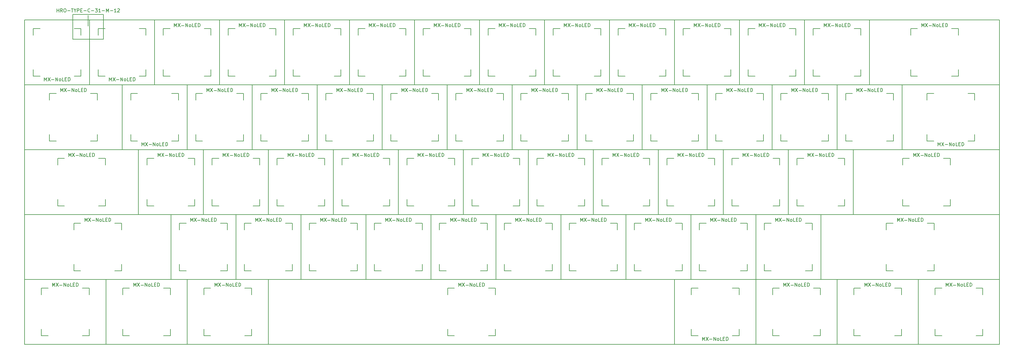
<source format=gbr>
%TF.GenerationSoftware,KiCad,Pcbnew,(5.1.10)-1*%
%TF.CreationDate,2021-08-14T15:29:17+09:00*%
%TF.ProjectId,pcb,7063622e-6b69-4636-9164-5f7063625858,rev?*%
%TF.SameCoordinates,Original*%
%TF.FileFunction,OtherDrawing,Comment*%
%FSLAX46Y46*%
G04 Gerber Fmt 4.6, Leading zero omitted, Abs format (unit mm)*
G04 Created by KiCad (PCBNEW (5.1.10)-1) date 2021-08-14 15:29:17*
%MOMM*%
%LPD*%
G01*
G04 APERTURE LIST*
%ADD10C,0.150000*%
G04 APERTURE END LIST*
D10*
%TO.C,REF\u002A\u002A*%
X42451000Y-22474000D02*
X42451000Y-25624000D01*
%TO.C,USB1*%
X37948000Y-29525000D02*
X46888000Y-29525000D01*
X46888000Y-22225000D02*
X46888000Y-29525000D01*
X37948000Y-22225000D02*
X37948000Y-29525000D01*
X37948000Y-22225000D02*
X46888000Y-22225000D01*
%TO.C,MX61*%
X302656250Y-102537500D02*
X304656250Y-102537500D01*
X304656250Y-102537500D02*
X304656250Y-104537500D01*
X302656250Y-116537500D02*
X304656250Y-116537500D01*
X304656250Y-116537500D02*
X304656250Y-114537500D01*
X290656250Y-114537500D02*
X290656250Y-116537500D01*
X290656250Y-116537500D02*
X292656250Y-116537500D01*
X292656250Y-102537500D02*
X290656250Y-102537500D01*
X290656250Y-102537500D02*
X290656250Y-104537500D01*
X285750000Y-100012500D02*
X309562500Y-100012500D01*
X309562500Y-100012500D02*
X309562500Y-119062500D01*
X309562500Y-119062500D02*
X285750000Y-119062500D01*
X285750000Y-119062500D02*
X285750000Y-100012500D01*
%TO.C,MX60*%
X288368750Y-83487500D02*
X290368750Y-83487500D01*
X290368750Y-83487500D02*
X290368750Y-85487500D01*
X288368750Y-97487500D02*
X290368750Y-97487500D01*
X290368750Y-97487500D02*
X290368750Y-95487500D01*
X276368750Y-95487500D02*
X276368750Y-97487500D01*
X276368750Y-97487500D02*
X278368750Y-97487500D01*
X278368750Y-83487500D02*
X276368750Y-83487500D01*
X276368750Y-83487500D02*
X276368750Y-85487500D01*
X257175000Y-80962500D02*
X309562500Y-80962500D01*
X309562500Y-80962500D02*
X309562500Y-100012500D01*
X309562500Y-100012500D02*
X257175000Y-100012500D01*
X257175000Y-100012500D02*
X257175000Y-80962500D01*
%TO.C,MX59*%
X293131250Y-64437500D02*
X295131250Y-64437500D01*
X295131250Y-64437500D02*
X295131250Y-66437500D01*
X293131250Y-78437500D02*
X295131250Y-78437500D01*
X295131250Y-78437500D02*
X295131250Y-76437500D01*
X281131250Y-76437500D02*
X281131250Y-78437500D01*
X281131250Y-78437500D02*
X283131250Y-78437500D01*
X283131250Y-64437500D02*
X281131250Y-64437500D01*
X281131250Y-64437500D02*
X281131250Y-66437500D01*
X266700000Y-61912500D02*
X309562500Y-61912500D01*
X309562500Y-61912500D02*
X309562500Y-80962500D01*
X309562500Y-80962500D02*
X266700000Y-80962500D01*
X266700000Y-80962500D02*
X266700000Y-61912500D01*
%TO.C,MX58*%
X290275000Y-59387500D02*
X288275000Y-59387500D01*
X288275000Y-59387500D02*
X288275000Y-57387500D01*
X290275000Y-45387500D02*
X288275000Y-45387500D01*
X288275000Y-45387500D02*
X288275000Y-47387500D01*
X302275000Y-47387500D02*
X302275000Y-45387500D01*
X302275000Y-45387500D02*
X300275000Y-45387500D01*
X300275000Y-59387500D02*
X302275000Y-59387500D01*
X302275000Y-59387500D02*
X302275000Y-57387500D01*
X309562500Y-61912500D02*
X280987500Y-61912500D01*
X280987500Y-61912500D02*
X280987500Y-42862500D01*
X280987500Y-42862500D02*
X309562500Y-42862500D01*
X309562500Y-42862500D02*
X309562500Y-61912500D01*
%TO.C,MX57*%
X295512500Y-26337500D02*
X297512500Y-26337500D01*
X297512500Y-26337500D02*
X297512500Y-28337500D01*
X295512500Y-40337500D02*
X297512500Y-40337500D01*
X297512500Y-40337500D02*
X297512500Y-38337500D01*
X283512500Y-38337500D02*
X283512500Y-40337500D01*
X283512500Y-40337500D02*
X285512500Y-40337500D01*
X285512500Y-26337500D02*
X283512500Y-26337500D01*
X283512500Y-26337500D02*
X283512500Y-28337500D01*
X271462500Y-23812500D02*
X309562500Y-23812500D01*
X309562500Y-23812500D02*
X309562500Y-42862500D01*
X309562500Y-42862500D02*
X271462500Y-42862500D01*
X271462500Y-42862500D02*
X271462500Y-23812500D01*
%TO.C,MX56*%
X278843750Y-102537500D02*
X280843750Y-102537500D01*
X280843750Y-102537500D02*
X280843750Y-104537500D01*
X278843750Y-116537500D02*
X280843750Y-116537500D01*
X280843750Y-116537500D02*
X280843750Y-114537500D01*
X266843750Y-114537500D02*
X266843750Y-116537500D01*
X266843750Y-116537500D02*
X268843750Y-116537500D01*
X268843750Y-102537500D02*
X266843750Y-102537500D01*
X266843750Y-102537500D02*
X266843750Y-104537500D01*
X261937500Y-100012500D02*
X285750000Y-100012500D01*
X285750000Y-100012500D02*
X285750000Y-119062500D01*
X285750000Y-119062500D02*
X261937500Y-119062500D01*
X261937500Y-119062500D02*
X261937500Y-100012500D01*
%TO.C,MX55*%
X276462500Y-45387500D02*
X278462500Y-45387500D01*
X278462500Y-45387500D02*
X278462500Y-47387500D01*
X276462500Y-59387500D02*
X278462500Y-59387500D01*
X278462500Y-59387500D02*
X278462500Y-57387500D01*
X264462500Y-57387500D02*
X264462500Y-59387500D01*
X264462500Y-59387500D02*
X266462500Y-59387500D01*
X266462500Y-45387500D02*
X264462500Y-45387500D01*
X264462500Y-45387500D02*
X264462500Y-47387500D01*
X261937500Y-42862500D02*
X280987500Y-42862500D01*
X280987500Y-42862500D02*
X280987500Y-61912500D01*
X280987500Y-61912500D02*
X261937500Y-61912500D01*
X261937500Y-61912500D02*
X261937500Y-42862500D01*
%TO.C,MX54*%
X266937500Y-26337500D02*
X268937500Y-26337500D01*
X268937500Y-26337500D02*
X268937500Y-28337500D01*
X266937500Y-40337500D02*
X268937500Y-40337500D01*
X268937500Y-40337500D02*
X268937500Y-38337500D01*
X254937500Y-38337500D02*
X254937500Y-40337500D01*
X254937500Y-40337500D02*
X256937500Y-40337500D01*
X256937500Y-26337500D02*
X254937500Y-26337500D01*
X254937500Y-26337500D02*
X254937500Y-28337500D01*
X252412500Y-23812500D02*
X271462500Y-23812500D01*
X271462500Y-23812500D02*
X271462500Y-42862500D01*
X271462500Y-42862500D02*
X252412500Y-42862500D01*
X252412500Y-42862500D02*
X252412500Y-23812500D01*
%TO.C,MX53*%
X255031250Y-102537500D02*
X257031250Y-102537500D01*
X257031250Y-102537500D02*
X257031250Y-104537500D01*
X255031250Y-116537500D02*
X257031250Y-116537500D01*
X257031250Y-116537500D02*
X257031250Y-114537500D01*
X243031250Y-114537500D02*
X243031250Y-116537500D01*
X243031250Y-116537500D02*
X245031250Y-116537500D01*
X245031250Y-102537500D02*
X243031250Y-102537500D01*
X243031250Y-102537500D02*
X243031250Y-104537500D01*
X238125000Y-100012500D02*
X261937500Y-100012500D01*
X261937500Y-100012500D02*
X261937500Y-119062500D01*
X261937500Y-119062500D02*
X238125000Y-119062500D01*
X238125000Y-119062500D02*
X238125000Y-100012500D01*
%TO.C,MX52*%
X252650000Y-83487500D02*
X254650000Y-83487500D01*
X254650000Y-83487500D02*
X254650000Y-85487500D01*
X252650000Y-97487500D02*
X254650000Y-97487500D01*
X254650000Y-97487500D02*
X254650000Y-95487500D01*
X240650000Y-95487500D02*
X240650000Y-97487500D01*
X240650000Y-97487500D02*
X242650000Y-97487500D01*
X242650000Y-83487500D02*
X240650000Y-83487500D01*
X240650000Y-83487500D02*
X240650000Y-85487500D01*
X238125000Y-80962500D02*
X257175000Y-80962500D01*
X257175000Y-80962500D02*
X257175000Y-100012500D01*
X257175000Y-100012500D02*
X238125000Y-100012500D01*
X238125000Y-100012500D02*
X238125000Y-80962500D01*
%TO.C,MX51*%
X262175000Y-64437500D02*
X264175000Y-64437500D01*
X264175000Y-64437500D02*
X264175000Y-66437500D01*
X262175000Y-78437500D02*
X264175000Y-78437500D01*
X264175000Y-78437500D02*
X264175000Y-76437500D01*
X250175000Y-76437500D02*
X250175000Y-78437500D01*
X250175000Y-78437500D02*
X252175000Y-78437500D01*
X252175000Y-64437500D02*
X250175000Y-64437500D01*
X250175000Y-64437500D02*
X250175000Y-66437500D01*
X247650000Y-61912500D02*
X266700000Y-61912500D01*
X266700000Y-61912500D02*
X266700000Y-80962500D01*
X266700000Y-80962500D02*
X247650000Y-80962500D01*
X247650000Y-80962500D02*
X247650000Y-61912500D01*
%TO.C,MX50*%
X257412500Y-45387500D02*
X259412500Y-45387500D01*
X259412500Y-45387500D02*
X259412500Y-47387500D01*
X257412500Y-59387500D02*
X259412500Y-59387500D01*
X259412500Y-59387500D02*
X259412500Y-57387500D01*
X245412500Y-57387500D02*
X245412500Y-59387500D01*
X245412500Y-59387500D02*
X247412500Y-59387500D01*
X247412500Y-45387500D02*
X245412500Y-45387500D01*
X245412500Y-45387500D02*
X245412500Y-47387500D01*
X242887500Y-42862500D02*
X261937500Y-42862500D01*
X261937500Y-42862500D02*
X261937500Y-61912500D01*
X261937500Y-61912500D02*
X242887500Y-61912500D01*
X242887500Y-61912500D02*
X242887500Y-42862500D01*
%TO.C,MX49*%
X247887500Y-26337500D02*
X249887500Y-26337500D01*
X249887500Y-26337500D02*
X249887500Y-28337500D01*
X247887500Y-40337500D02*
X249887500Y-40337500D01*
X249887500Y-40337500D02*
X249887500Y-38337500D01*
X235887500Y-38337500D02*
X235887500Y-40337500D01*
X235887500Y-40337500D02*
X237887500Y-40337500D01*
X237887500Y-26337500D02*
X235887500Y-26337500D01*
X235887500Y-26337500D02*
X235887500Y-28337500D01*
X233362500Y-23812500D02*
X252412500Y-23812500D01*
X252412500Y-23812500D02*
X252412500Y-42862500D01*
X252412500Y-42862500D02*
X233362500Y-42862500D01*
X233362500Y-42862500D02*
X233362500Y-23812500D01*
%TO.C,MX48*%
X221218750Y-116537500D02*
X219218750Y-116537500D01*
X219218750Y-116537500D02*
X219218750Y-114537500D01*
X221218750Y-102537500D02*
X219218750Y-102537500D01*
X219218750Y-102537500D02*
X219218750Y-104537500D01*
X233218750Y-104537500D02*
X233218750Y-102537500D01*
X233218750Y-102537500D02*
X231218750Y-102537500D01*
X231218750Y-116537500D02*
X233218750Y-116537500D01*
X233218750Y-116537500D02*
X233218750Y-114537500D01*
X238125000Y-119062500D02*
X214312500Y-119062500D01*
X214312500Y-119062500D02*
X214312500Y-100012500D01*
X214312500Y-100012500D02*
X238125000Y-100012500D01*
X238125000Y-100012500D02*
X238125000Y-119062500D01*
%TO.C,MX47*%
X233600000Y-83487500D02*
X235600000Y-83487500D01*
X235600000Y-83487500D02*
X235600000Y-85487500D01*
X233600000Y-97487500D02*
X235600000Y-97487500D01*
X235600000Y-97487500D02*
X235600000Y-95487500D01*
X221600000Y-95487500D02*
X221600000Y-97487500D01*
X221600000Y-97487500D02*
X223600000Y-97487500D01*
X223600000Y-83487500D02*
X221600000Y-83487500D01*
X221600000Y-83487500D02*
X221600000Y-85487500D01*
X219075000Y-80962500D02*
X238125000Y-80962500D01*
X238125000Y-80962500D02*
X238125000Y-100012500D01*
X238125000Y-100012500D02*
X219075000Y-100012500D01*
X219075000Y-100012500D02*
X219075000Y-80962500D01*
%TO.C,MX46*%
X243125000Y-64437500D02*
X245125000Y-64437500D01*
X245125000Y-64437500D02*
X245125000Y-66437500D01*
X243125000Y-78437500D02*
X245125000Y-78437500D01*
X245125000Y-78437500D02*
X245125000Y-76437500D01*
X231125000Y-76437500D02*
X231125000Y-78437500D01*
X231125000Y-78437500D02*
X233125000Y-78437500D01*
X233125000Y-64437500D02*
X231125000Y-64437500D01*
X231125000Y-64437500D02*
X231125000Y-66437500D01*
X228600000Y-61912500D02*
X247650000Y-61912500D01*
X247650000Y-61912500D02*
X247650000Y-80962500D01*
X247650000Y-80962500D02*
X228600000Y-80962500D01*
X228600000Y-80962500D02*
X228600000Y-61912500D01*
%TO.C,MX45*%
X238362500Y-45387500D02*
X240362500Y-45387500D01*
X240362500Y-45387500D02*
X240362500Y-47387500D01*
X238362500Y-59387500D02*
X240362500Y-59387500D01*
X240362500Y-59387500D02*
X240362500Y-57387500D01*
X226362500Y-57387500D02*
X226362500Y-59387500D01*
X226362500Y-59387500D02*
X228362500Y-59387500D01*
X228362500Y-45387500D02*
X226362500Y-45387500D01*
X226362500Y-45387500D02*
X226362500Y-47387500D01*
X223837500Y-42862500D02*
X242887500Y-42862500D01*
X242887500Y-42862500D02*
X242887500Y-61912500D01*
X242887500Y-61912500D02*
X223837500Y-61912500D01*
X223837500Y-61912500D02*
X223837500Y-42862500D01*
%TO.C,MX44*%
X228837500Y-26337500D02*
X230837500Y-26337500D01*
X230837500Y-26337500D02*
X230837500Y-28337500D01*
X228837500Y-40337500D02*
X230837500Y-40337500D01*
X230837500Y-40337500D02*
X230837500Y-38337500D01*
X216837500Y-38337500D02*
X216837500Y-40337500D01*
X216837500Y-40337500D02*
X218837500Y-40337500D01*
X218837500Y-26337500D02*
X216837500Y-26337500D01*
X216837500Y-26337500D02*
X216837500Y-28337500D01*
X214312500Y-23812500D02*
X233362500Y-23812500D01*
X233362500Y-23812500D02*
X233362500Y-42862500D01*
X233362500Y-42862500D02*
X214312500Y-42862500D01*
X214312500Y-42862500D02*
X214312500Y-23812500D01*
%TO.C,MX43*%
X214550000Y-83487500D02*
X216550000Y-83487500D01*
X216550000Y-83487500D02*
X216550000Y-85487500D01*
X214550000Y-97487500D02*
X216550000Y-97487500D01*
X216550000Y-97487500D02*
X216550000Y-95487500D01*
X202550000Y-95487500D02*
X202550000Y-97487500D01*
X202550000Y-97487500D02*
X204550000Y-97487500D01*
X204550000Y-83487500D02*
X202550000Y-83487500D01*
X202550000Y-83487500D02*
X202550000Y-85487500D01*
X200025000Y-80962500D02*
X219075000Y-80962500D01*
X219075000Y-80962500D02*
X219075000Y-100012500D01*
X219075000Y-100012500D02*
X200025000Y-100012500D01*
X200025000Y-100012500D02*
X200025000Y-80962500D01*
%TO.C,MX42*%
X224075000Y-64437500D02*
X226075000Y-64437500D01*
X226075000Y-64437500D02*
X226075000Y-66437500D01*
X224075000Y-78437500D02*
X226075000Y-78437500D01*
X226075000Y-78437500D02*
X226075000Y-76437500D01*
X212075000Y-76437500D02*
X212075000Y-78437500D01*
X212075000Y-78437500D02*
X214075000Y-78437500D01*
X214075000Y-64437500D02*
X212075000Y-64437500D01*
X212075000Y-64437500D02*
X212075000Y-66437500D01*
X209550000Y-61912500D02*
X228600000Y-61912500D01*
X228600000Y-61912500D02*
X228600000Y-80962500D01*
X228600000Y-80962500D02*
X209550000Y-80962500D01*
X209550000Y-80962500D02*
X209550000Y-61912500D01*
%TO.C,MX41*%
X219312500Y-45387500D02*
X221312500Y-45387500D01*
X221312500Y-45387500D02*
X221312500Y-47387500D01*
X219312500Y-59387500D02*
X221312500Y-59387500D01*
X221312500Y-59387500D02*
X221312500Y-57387500D01*
X207312500Y-57387500D02*
X207312500Y-59387500D01*
X207312500Y-59387500D02*
X209312500Y-59387500D01*
X209312500Y-45387500D02*
X207312500Y-45387500D01*
X207312500Y-45387500D02*
X207312500Y-47387500D01*
X204787500Y-42862500D02*
X223837500Y-42862500D01*
X223837500Y-42862500D02*
X223837500Y-61912500D01*
X223837500Y-61912500D02*
X204787500Y-61912500D01*
X204787500Y-61912500D02*
X204787500Y-42862500D01*
%TO.C,MX40*%
X209787500Y-26337500D02*
X211787500Y-26337500D01*
X211787500Y-26337500D02*
X211787500Y-28337500D01*
X209787500Y-40337500D02*
X211787500Y-40337500D01*
X211787500Y-40337500D02*
X211787500Y-38337500D01*
X197787500Y-38337500D02*
X197787500Y-40337500D01*
X197787500Y-40337500D02*
X199787500Y-40337500D01*
X199787500Y-26337500D02*
X197787500Y-26337500D01*
X197787500Y-26337500D02*
X197787500Y-28337500D01*
X195262500Y-23812500D02*
X214312500Y-23812500D01*
X214312500Y-23812500D02*
X214312500Y-42862500D01*
X214312500Y-42862500D02*
X195262500Y-42862500D01*
X195262500Y-42862500D02*
X195262500Y-23812500D01*
%TO.C,MX39*%
X195500000Y-83487500D02*
X197500000Y-83487500D01*
X197500000Y-83487500D02*
X197500000Y-85487500D01*
X195500000Y-97487500D02*
X197500000Y-97487500D01*
X197500000Y-97487500D02*
X197500000Y-95487500D01*
X183500000Y-95487500D02*
X183500000Y-97487500D01*
X183500000Y-97487500D02*
X185500000Y-97487500D01*
X185500000Y-83487500D02*
X183500000Y-83487500D01*
X183500000Y-83487500D02*
X183500000Y-85487500D01*
X180975000Y-80962500D02*
X200025000Y-80962500D01*
X200025000Y-80962500D02*
X200025000Y-100012500D01*
X200025000Y-100012500D02*
X180975000Y-100012500D01*
X180975000Y-100012500D02*
X180975000Y-80962500D01*
%TO.C,MX38*%
X205025000Y-64437500D02*
X207025000Y-64437500D01*
X207025000Y-64437500D02*
X207025000Y-66437500D01*
X205025000Y-78437500D02*
X207025000Y-78437500D01*
X207025000Y-78437500D02*
X207025000Y-76437500D01*
X193025000Y-76437500D02*
X193025000Y-78437500D01*
X193025000Y-78437500D02*
X195025000Y-78437500D01*
X195025000Y-64437500D02*
X193025000Y-64437500D01*
X193025000Y-64437500D02*
X193025000Y-66437500D01*
X190500000Y-61912500D02*
X209550000Y-61912500D01*
X209550000Y-61912500D02*
X209550000Y-80962500D01*
X209550000Y-80962500D02*
X190500000Y-80962500D01*
X190500000Y-80962500D02*
X190500000Y-61912500D01*
%TO.C,MX37*%
X200262500Y-45387500D02*
X202262500Y-45387500D01*
X202262500Y-45387500D02*
X202262500Y-47387500D01*
X200262500Y-59387500D02*
X202262500Y-59387500D01*
X202262500Y-59387500D02*
X202262500Y-57387500D01*
X188262500Y-57387500D02*
X188262500Y-59387500D01*
X188262500Y-59387500D02*
X190262500Y-59387500D01*
X190262500Y-45387500D02*
X188262500Y-45387500D01*
X188262500Y-45387500D02*
X188262500Y-47387500D01*
X185737500Y-42862500D02*
X204787500Y-42862500D01*
X204787500Y-42862500D02*
X204787500Y-61912500D01*
X204787500Y-61912500D02*
X185737500Y-61912500D01*
X185737500Y-61912500D02*
X185737500Y-42862500D01*
%TO.C,MX36*%
X190737500Y-26337500D02*
X192737500Y-26337500D01*
X192737500Y-26337500D02*
X192737500Y-28337500D01*
X190737500Y-40337500D02*
X192737500Y-40337500D01*
X192737500Y-40337500D02*
X192737500Y-38337500D01*
X178737500Y-38337500D02*
X178737500Y-40337500D01*
X178737500Y-40337500D02*
X180737500Y-40337500D01*
X180737500Y-26337500D02*
X178737500Y-26337500D01*
X178737500Y-26337500D02*
X178737500Y-28337500D01*
X176212500Y-23812500D02*
X195262500Y-23812500D01*
X195262500Y-23812500D02*
X195262500Y-42862500D01*
X195262500Y-42862500D02*
X176212500Y-42862500D01*
X176212500Y-42862500D02*
X176212500Y-23812500D01*
%TO.C,MX35*%
X176450000Y-83487500D02*
X178450000Y-83487500D01*
X178450000Y-83487500D02*
X178450000Y-85487500D01*
X176450000Y-97487500D02*
X178450000Y-97487500D01*
X178450000Y-97487500D02*
X178450000Y-95487500D01*
X164450000Y-95487500D02*
X164450000Y-97487500D01*
X164450000Y-97487500D02*
X166450000Y-97487500D01*
X166450000Y-83487500D02*
X164450000Y-83487500D01*
X164450000Y-83487500D02*
X164450000Y-85487500D01*
X161925000Y-80962500D02*
X180975000Y-80962500D01*
X180975000Y-80962500D02*
X180975000Y-100012500D01*
X180975000Y-100012500D02*
X161925000Y-100012500D01*
X161925000Y-100012500D02*
X161925000Y-80962500D01*
%TO.C,MX34*%
X185975000Y-64437500D02*
X187975000Y-64437500D01*
X187975000Y-64437500D02*
X187975000Y-66437500D01*
X185975000Y-78437500D02*
X187975000Y-78437500D01*
X187975000Y-78437500D02*
X187975000Y-76437500D01*
X173975000Y-76437500D02*
X173975000Y-78437500D01*
X173975000Y-78437500D02*
X175975000Y-78437500D01*
X175975000Y-64437500D02*
X173975000Y-64437500D01*
X173975000Y-64437500D02*
X173975000Y-66437500D01*
X171450000Y-61912500D02*
X190500000Y-61912500D01*
X190500000Y-61912500D02*
X190500000Y-80962500D01*
X190500000Y-80962500D02*
X171450000Y-80962500D01*
X171450000Y-80962500D02*
X171450000Y-61912500D01*
%TO.C,MX33*%
X181212500Y-45387500D02*
X183212500Y-45387500D01*
X183212500Y-45387500D02*
X183212500Y-47387500D01*
X181212500Y-59387500D02*
X183212500Y-59387500D01*
X183212500Y-59387500D02*
X183212500Y-57387500D01*
X169212500Y-57387500D02*
X169212500Y-59387500D01*
X169212500Y-59387500D02*
X171212500Y-59387500D01*
X171212500Y-45387500D02*
X169212500Y-45387500D01*
X169212500Y-45387500D02*
X169212500Y-47387500D01*
X166687500Y-42862500D02*
X185737500Y-42862500D01*
X185737500Y-42862500D02*
X185737500Y-61912500D01*
X185737500Y-61912500D02*
X166687500Y-61912500D01*
X166687500Y-61912500D02*
X166687500Y-42862500D01*
%TO.C,MX32*%
X171687500Y-26337500D02*
X173687500Y-26337500D01*
X173687500Y-26337500D02*
X173687500Y-28337500D01*
X171687500Y-40337500D02*
X173687500Y-40337500D01*
X173687500Y-40337500D02*
X173687500Y-38337500D01*
X159687500Y-38337500D02*
X159687500Y-40337500D01*
X159687500Y-40337500D02*
X161687500Y-40337500D01*
X161687500Y-26337500D02*
X159687500Y-26337500D01*
X159687500Y-26337500D02*
X159687500Y-28337500D01*
X157162500Y-23812500D02*
X176212500Y-23812500D01*
X176212500Y-23812500D02*
X176212500Y-42862500D01*
X176212500Y-42862500D02*
X157162500Y-42862500D01*
X157162500Y-42862500D02*
X157162500Y-23812500D01*
%TO.C,MX31*%
X159781250Y-102537500D02*
X161781250Y-102537500D01*
X161781250Y-102537500D02*
X161781250Y-104537500D01*
X159781250Y-116537500D02*
X161781250Y-116537500D01*
X161781250Y-116537500D02*
X161781250Y-114537500D01*
X147781250Y-114537500D02*
X147781250Y-116537500D01*
X147781250Y-116537500D02*
X149781250Y-116537500D01*
X149781250Y-102537500D02*
X147781250Y-102537500D01*
X147781250Y-102537500D02*
X147781250Y-104537500D01*
X95250000Y-100012500D02*
X214312500Y-100012500D01*
X214312500Y-100012500D02*
X214312500Y-119062500D01*
X214312500Y-119062500D02*
X95250000Y-119062500D01*
X95250000Y-119062500D02*
X95250000Y-100012500D01*
%TO.C,MX30*%
X157400000Y-83487500D02*
X159400000Y-83487500D01*
X159400000Y-83487500D02*
X159400000Y-85487500D01*
X157400000Y-97487500D02*
X159400000Y-97487500D01*
X159400000Y-97487500D02*
X159400000Y-95487500D01*
X145400000Y-95487500D02*
X145400000Y-97487500D01*
X145400000Y-97487500D02*
X147400000Y-97487500D01*
X147400000Y-83487500D02*
X145400000Y-83487500D01*
X145400000Y-83487500D02*
X145400000Y-85487500D01*
X142875000Y-80962500D02*
X161925000Y-80962500D01*
X161925000Y-80962500D02*
X161925000Y-100012500D01*
X161925000Y-100012500D02*
X142875000Y-100012500D01*
X142875000Y-100012500D02*
X142875000Y-80962500D01*
%TO.C,MX29*%
X166925000Y-64437500D02*
X168925000Y-64437500D01*
X168925000Y-64437500D02*
X168925000Y-66437500D01*
X166925000Y-78437500D02*
X168925000Y-78437500D01*
X168925000Y-78437500D02*
X168925000Y-76437500D01*
X154925000Y-76437500D02*
X154925000Y-78437500D01*
X154925000Y-78437500D02*
X156925000Y-78437500D01*
X156925000Y-64437500D02*
X154925000Y-64437500D01*
X154925000Y-64437500D02*
X154925000Y-66437500D01*
X152400000Y-61912500D02*
X171450000Y-61912500D01*
X171450000Y-61912500D02*
X171450000Y-80962500D01*
X171450000Y-80962500D02*
X152400000Y-80962500D01*
X152400000Y-80962500D02*
X152400000Y-61912500D01*
%TO.C,MX28*%
X162162500Y-45387500D02*
X164162500Y-45387500D01*
X164162500Y-45387500D02*
X164162500Y-47387500D01*
X162162500Y-59387500D02*
X164162500Y-59387500D01*
X164162500Y-59387500D02*
X164162500Y-57387500D01*
X150162500Y-57387500D02*
X150162500Y-59387500D01*
X150162500Y-59387500D02*
X152162500Y-59387500D01*
X152162500Y-45387500D02*
X150162500Y-45387500D01*
X150162500Y-45387500D02*
X150162500Y-47387500D01*
X147637500Y-42862500D02*
X166687500Y-42862500D01*
X166687500Y-42862500D02*
X166687500Y-61912500D01*
X166687500Y-61912500D02*
X147637500Y-61912500D01*
X147637500Y-61912500D02*
X147637500Y-42862500D01*
%TO.C,MX27*%
X152637500Y-26337500D02*
X154637500Y-26337500D01*
X154637500Y-26337500D02*
X154637500Y-28337500D01*
X152637500Y-40337500D02*
X154637500Y-40337500D01*
X154637500Y-40337500D02*
X154637500Y-38337500D01*
X140637500Y-38337500D02*
X140637500Y-40337500D01*
X140637500Y-40337500D02*
X142637500Y-40337500D01*
X142637500Y-26337500D02*
X140637500Y-26337500D01*
X140637500Y-26337500D02*
X140637500Y-28337500D01*
X138112500Y-23812500D02*
X157162500Y-23812500D01*
X157162500Y-23812500D02*
X157162500Y-42862500D01*
X157162500Y-42862500D02*
X138112500Y-42862500D01*
X138112500Y-42862500D02*
X138112500Y-23812500D01*
%TO.C,MX26*%
X138350000Y-83487500D02*
X140350000Y-83487500D01*
X140350000Y-83487500D02*
X140350000Y-85487500D01*
X138350000Y-97487500D02*
X140350000Y-97487500D01*
X140350000Y-97487500D02*
X140350000Y-95487500D01*
X126350000Y-95487500D02*
X126350000Y-97487500D01*
X126350000Y-97487500D02*
X128350000Y-97487500D01*
X128350000Y-83487500D02*
X126350000Y-83487500D01*
X126350000Y-83487500D02*
X126350000Y-85487500D01*
X123825000Y-80962500D02*
X142875000Y-80962500D01*
X142875000Y-80962500D02*
X142875000Y-100012500D01*
X142875000Y-100012500D02*
X123825000Y-100012500D01*
X123825000Y-100012500D02*
X123825000Y-80962500D01*
%TO.C,MX25*%
X147875000Y-64437500D02*
X149875000Y-64437500D01*
X149875000Y-64437500D02*
X149875000Y-66437500D01*
X147875000Y-78437500D02*
X149875000Y-78437500D01*
X149875000Y-78437500D02*
X149875000Y-76437500D01*
X135875000Y-76437500D02*
X135875000Y-78437500D01*
X135875000Y-78437500D02*
X137875000Y-78437500D01*
X137875000Y-64437500D02*
X135875000Y-64437500D01*
X135875000Y-64437500D02*
X135875000Y-66437500D01*
X133350000Y-61912500D02*
X152400000Y-61912500D01*
X152400000Y-61912500D02*
X152400000Y-80962500D01*
X152400000Y-80962500D02*
X133350000Y-80962500D01*
X133350000Y-80962500D02*
X133350000Y-61912500D01*
%TO.C,MX24*%
X143112500Y-45387500D02*
X145112500Y-45387500D01*
X145112500Y-45387500D02*
X145112500Y-47387500D01*
X143112500Y-59387500D02*
X145112500Y-59387500D01*
X145112500Y-59387500D02*
X145112500Y-57387500D01*
X131112500Y-57387500D02*
X131112500Y-59387500D01*
X131112500Y-59387500D02*
X133112500Y-59387500D01*
X133112500Y-45387500D02*
X131112500Y-45387500D01*
X131112500Y-45387500D02*
X131112500Y-47387500D01*
X128587500Y-42862500D02*
X147637500Y-42862500D01*
X147637500Y-42862500D02*
X147637500Y-61912500D01*
X147637500Y-61912500D02*
X128587500Y-61912500D01*
X128587500Y-61912500D02*
X128587500Y-42862500D01*
%TO.C,MX23*%
X133587500Y-26337500D02*
X135587500Y-26337500D01*
X135587500Y-26337500D02*
X135587500Y-28337500D01*
X133587500Y-40337500D02*
X135587500Y-40337500D01*
X135587500Y-40337500D02*
X135587500Y-38337500D01*
X121587500Y-38337500D02*
X121587500Y-40337500D01*
X121587500Y-40337500D02*
X123587500Y-40337500D01*
X123587500Y-26337500D02*
X121587500Y-26337500D01*
X121587500Y-26337500D02*
X121587500Y-28337500D01*
X119062500Y-23812500D02*
X138112500Y-23812500D01*
X138112500Y-23812500D02*
X138112500Y-42862500D01*
X138112500Y-42862500D02*
X119062500Y-42862500D01*
X119062500Y-42862500D02*
X119062500Y-23812500D01*
%TO.C,MX22*%
X119300000Y-83487500D02*
X121300000Y-83487500D01*
X121300000Y-83487500D02*
X121300000Y-85487500D01*
X119300000Y-97487500D02*
X121300000Y-97487500D01*
X121300000Y-97487500D02*
X121300000Y-95487500D01*
X107300000Y-95487500D02*
X107300000Y-97487500D01*
X107300000Y-97487500D02*
X109300000Y-97487500D01*
X109300000Y-83487500D02*
X107300000Y-83487500D01*
X107300000Y-83487500D02*
X107300000Y-85487500D01*
X104775000Y-80962500D02*
X123825000Y-80962500D01*
X123825000Y-80962500D02*
X123825000Y-100012500D01*
X123825000Y-100012500D02*
X104775000Y-100012500D01*
X104775000Y-100012500D02*
X104775000Y-80962500D01*
%TO.C,MX21*%
X128825000Y-64437500D02*
X130825000Y-64437500D01*
X130825000Y-64437500D02*
X130825000Y-66437500D01*
X128825000Y-78437500D02*
X130825000Y-78437500D01*
X130825000Y-78437500D02*
X130825000Y-76437500D01*
X116825000Y-76437500D02*
X116825000Y-78437500D01*
X116825000Y-78437500D02*
X118825000Y-78437500D01*
X118825000Y-64437500D02*
X116825000Y-64437500D01*
X116825000Y-64437500D02*
X116825000Y-66437500D01*
X114300000Y-61912500D02*
X133350000Y-61912500D01*
X133350000Y-61912500D02*
X133350000Y-80962500D01*
X133350000Y-80962500D02*
X114300000Y-80962500D01*
X114300000Y-80962500D02*
X114300000Y-61912500D01*
%TO.C,MX20*%
X124062500Y-45387500D02*
X126062500Y-45387500D01*
X126062500Y-45387500D02*
X126062500Y-47387500D01*
X124062500Y-59387500D02*
X126062500Y-59387500D01*
X126062500Y-59387500D02*
X126062500Y-57387500D01*
X112062500Y-57387500D02*
X112062500Y-59387500D01*
X112062500Y-59387500D02*
X114062500Y-59387500D01*
X114062500Y-45387500D02*
X112062500Y-45387500D01*
X112062500Y-45387500D02*
X112062500Y-47387500D01*
X109537500Y-42862500D02*
X128587500Y-42862500D01*
X128587500Y-42862500D02*
X128587500Y-61912500D01*
X128587500Y-61912500D02*
X109537500Y-61912500D01*
X109537500Y-61912500D02*
X109537500Y-42862500D01*
%TO.C,MX19*%
X114537500Y-26337500D02*
X116537500Y-26337500D01*
X116537500Y-26337500D02*
X116537500Y-28337500D01*
X114537500Y-40337500D02*
X116537500Y-40337500D01*
X116537500Y-40337500D02*
X116537500Y-38337500D01*
X102537500Y-38337500D02*
X102537500Y-40337500D01*
X102537500Y-40337500D02*
X104537500Y-40337500D01*
X104537500Y-26337500D02*
X102537500Y-26337500D01*
X102537500Y-26337500D02*
X102537500Y-28337500D01*
X100012500Y-23812500D02*
X119062500Y-23812500D01*
X119062500Y-23812500D02*
X119062500Y-42862500D01*
X119062500Y-42862500D02*
X100012500Y-42862500D01*
X100012500Y-42862500D02*
X100012500Y-23812500D01*
%TO.C,MX18*%
X100250000Y-83487500D02*
X102250000Y-83487500D01*
X102250000Y-83487500D02*
X102250000Y-85487500D01*
X100250000Y-97487500D02*
X102250000Y-97487500D01*
X102250000Y-97487500D02*
X102250000Y-95487500D01*
X88250000Y-95487500D02*
X88250000Y-97487500D01*
X88250000Y-97487500D02*
X90250000Y-97487500D01*
X90250000Y-83487500D02*
X88250000Y-83487500D01*
X88250000Y-83487500D02*
X88250000Y-85487500D01*
X85725000Y-80962500D02*
X104775000Y-80962500D01*
X104775000Y-80962500D02*
X104775000Y-100012500D01*
X104775000Y-100012500D02*
X85725000Y-100012500D01*
X85725000Y-100012500D02*
X85725000Y-80962500D01*
%TO.C,MX17*%
X109775000Y-64437500D02*
X111775000Y-64437500D01*
X111775000Y-64437500D02*
X111775000Y-66437500D01*
X109775000Y-78437500D02*
X111775000Y-78437500D01*
X111775000Y-78437500D02*
X111775000Y-76437500D01*
X97775000Y-76437500D02*
X97775000Y-78437500D01*
X97775000Y-78437500D02*
X99775000Y-78437500D01*
X99775000Y-64437500D02*
X97775000Y-64437500D01*
X97775000Y-64437500D02*
X97775000Y-66437500D01*
X95250000Y-61912500D02*
X114300000Y-61912500D01*
X114300000Y-61912500D02*
X114300000Y-80962500D01*
X114300000Y-80962500D02*
X95250000Y-80962500D01*
X95250000Y-80962500D02*
X95250000Y-61912500D01*
%TO.C,MX16*%
X105012500Y-45387500D02*
X107012500Y-45387500D01*
X107012500Y-45387500D02*
X107012500Y-47387500D01*
X105012500Y-59387500D02*
X107012500Y-59387500D01*
X107012500Y-59387500D02*
X107012500Y-57387500D01*
X93012500Y-57387500D02*
X93012500Y-59387500D01*
X93012500Y-59387500D02*
X95012500Y-59387500D01*
X95012500Y-45387500D02*
X93012500Y-45387500D01*
X93012500Y-45387500D02*
X93012500Y-47387500D01*
X90487500Y-42862500D02*
X109537500Y-42862500D01*
X109537500Y-42862500D02*
X109537500Y-61912500D01*
X109537500Y-61912500D02*
X90487500Y-61912500D01*
X90487500Y-61912500D02*
X90487500Y-42862500D01*
%TO.C,MX15*%
X95487500Y-26337500D02*
X97487500Y-26337500D01*
X97487500Y-26337500D02*
X97487500Y-28337500D01*
X95487500Y-40337500D02*
X97487500Y-40337500D01*
X97487500Y-40337500D02*
X97487500Y-38337500D01*
X83487500Y-38337500D02*
X83487500Y-40337500D01*
X83487500Y-40337500D02*
X85487500Y-40337500D01*
X85487500Y-26337500D02*
X83487500Y-26337500D01*
X83487500Y-26337500D02*
X83487500Y-28337500D01*
X80962500Y-23812500D02*
X100012500Y-23812500D01*
X100012500Y-23812500D02*
X100012500Y-42862500D01*
X100012500Y-42862500D02*
X80962500Y-42862500D01*
X80962500Y-42862500D02*
X80962500Y-23812500D01*
%TO.C,MX14*%
X88343750Y-102537500D02*
X90343750Y-102537500D01*
X90343750Y-102537500D02*
X90343750Y-104537500D01*
X88343750Y-116537500D02*
X90343750Y-116537500D01*
X90343750Y-116537500D02*
X90343750Y-114537500D01*
X76343750Y-114537500D02*
X76343750Y-116537500D01*
X76343750Y-116537500D02*
X78343750Y-116537500D01*
X78343750Y-102537500D02*
X76343750Y-102537500D01*
X76343750Y-102537500D02*
X76343750Y-104537500D01*
X71437500Y-100012500D02*
X95250000Y-100012500D01*
X95250000Y-100012500D02*
X95250000Y-119062500D01*
X95250000Y-119062500D02*
X71437500Y-119062500D01*
X71437500Y-119062500D02*
X71437500Y-100012500D01*
%TO.C,MX13*%
X81200000Y-83487500D02*
X83200000Y-83487500D01*
X83200000Y-83487500D02*
X83200000Y-85487500D01*
X81200000Y-97487500D02*
X83200000Y-97487500D01*
X83200000Y-97487500D02*
X83200000Y-95487500D01*
X69200000Y-95487500D02*
X69200000Y-97487500D01*
X69200000Y-97487500D02*
X71200000Y-97487500D01*
X71200000Y-83487500D02*
X69200000Y-83487500D01*
X69200000Y-83487500D02*
X69200000Y-85487500D01*
X66675000Y-80962500D02*
X85725000Y-80962500D01*
X85725000Y-80962500D02*
X85725000Y-100012500D01*
X85725000Y-100012500D02*
X66675000Y-100012500D01*
X66675000Y-100012500D02*
X66675000Y-80962500D01*
%TO.C,MX12*%
X90725000Y-64437500D02*
X92725000Y-64437500D01*
X92725000Y-64437500D02*
X92725000Y-66437500D01*
X90725000Y-78437500D02*
X92725000Y-78437500D01*
X92725000Y-78437500D02*
X92725000Y-76437500D01*
X78725000Y-76437500D02*
X78725000Y-78437500D01*
X78725000Y-78437500D02*
X80725000Y-78437500D01*
X80725000Y-64437500D02*
X78725000Y-64437500D01*
X78725000Y-64437500D02*
X78725000Y-66437500D01*
X76200000Y-61912500D02*
X95250000Y-61912500D01*
X95250000Y-61912500D02*
X95250000Y-80962500D01*
X95250000Y-80962500D02*
X76200000Y-80962500D01*
X76200000Y-80962500D02*
X76200000Y-61912500D01*
%TO.C,MX11*%
X85962500Y-45387500D02*
X87962500Y-45387500D01*
X87962500Y-45387500D02*
X87962500Y-47387500D01*
X85962500Y-59387500D02*
X87962500Y-59387500D01*
X87962500Y-59387500D02*
X87962500Y-57387500D01*
X73962500Y-57387500D02*
X73962500Y-59387500D01*
X73962500Y-59387500D02*
X75962500Y-59387500D01*
X75962500Y-45387500D02*
X73962500Y-45387500D01*
X73962500Y-45387500D02*
X73962500Y-47387500D01*
X71437500Y-42862500D02*
X90487500Y-42862500D01*
X90487500Y-42862500D02*
X90487500Y-61912500D01*
X90487500Y-61912500D02*
X71437500Y-61912500D01*
X71437500Y-61912500D02*
X71437500Y-42862500D01*
%TO.C,MX10*%
X76437500Y-26337500D02*
X78437500Y-26337500D01*
X78437500Y-26337500D02*
X78437500Y-28337500D01*
X76437500Y-40337500D02*
X78437500Y-40337500D01*
X78437500Y-40337500D02*
X78437500Y-38337500D01*
X64437500Y-38337500D02*
X64437500Y-40337500D01*
X64437500Y-40337500D02*
X66437500Y-40337500D01*
X66437500Y-26337500D02*
X64437500Y-26337500D01*
X64437500Y-26337500D02*
X64437500Y-28337500D01*
X61912500Y-23812500D02*
X80962500Y-23812500D01*
X80962500Y-23812500D02*
X80962500Y-42862500D01*
X80962500Y-42862500D02*
X61912500Y-42862500D01*
X61912500Y-42862500D02*
X61912500Y-23812500D01*
%TO.C,MX9*%
X64531250Y-102537500D02*
X66531250Y-102537500D01*
X66531250Y-102537500D02*
X66531250Y-104537500D01*
X64531250Y-116537500D02*
X66531250Y-116537500D01*
X66531250Y-116537500D02*
X66531250Y-114537500D01*
X52531250Y-114537500D02*
X52531250Y-116537500D01*
X52531250Y-116537500D02*
X54531250Y-116537500D01*
X54531250Y-102537500D02*
X52531250Y-102537500D01*
X52531250Y-102537500D02*
X52531250Y-104537500D01*
X47625000Y-100012500D02*
X71437500Y-100012500D01*
X71437500Y-100012500D02*
X71437500Y-119062500D01*
X71437500Y-119062500D02*
X47625000Y-119062500D01*
X47625000Y-119062500D02*
X47625000Y-100012500D01*
%TO.C,MX8*%
X71675000Y-64437500D02*
X73675000Y-64437500D01*
X73675000Y-64437500D02*
X73675000Y-66437500D01*
X71675000Y-78437500D02*
X73675000Y-78437500D01*
X73675000Y-78437500D02*
X73675000Y-76437500D01*
X59675000Y-76437500D02*
X59675000Y-78437500D01*
X59675000Y-78437500D02*
X61675000Y-78437500D01*
X61675000Y-64437500D02*
X59675000Y-64437500D01*
X59675000Y-64437500D02*
X59675000Y-66437500D01*
X57150000Y-61912500D02*
X76200000Y-61912500D01*
X76200000Y-61912500D02*
X76200000Y-80962500D01*
X76200000Y-80962500D02*
X57150000Y-80962500D01*
X57150000Y-80962500D02*
X57150000Y-61912500D01*
%TO.C,MX7*%
X56912500Y-59387500D02*
X54912500Y-59387500D01*
X54912500Y-59387500D02*
X54912500Y-57387500D01*
X56912500Y-45387500D02*
X54912500Y-45387500D01*
X54912500Y-45387500D02*
X54912500Y-47387500D01*
X68912500Y-47387500D02*
X68912500Y-45387500D01*
X68912500Y-45387500D02*
X66912500Y-45387500D01*
X66912500Y-59387500D02*
X68912500Y-59387500D01*
X68912500Y-59387500D02*
X68912500Y-57387500D01*
X71437500Y-61912500D02*
X52387500Y-61912500D01*
X52387500Y-61912500D02*
X52387500Y-42862500D01*
X52387500Y-42862500D02*
X71437500Y-42862500D01*
X71437500Y-42862500D02*
X71437500Y-61912500D01*
%TO.C,MX6*%
X47387500Y-40337500D02*
X45387500Y-40337500D01*
X45387500Y-40337500D02*
X45387500Y-38337500D01*
X47387500Y-26337500D02*
X45387500Y-26337500D01*
X45387500Y-26337500D02*
X45387500Y-28337500D01*
X59387500Y-28337500D02*
X59387500Y-26337500D01*
X59387500Y-26337500D02*
X57387500Y-26337500D01*
X57387500Y-40337500D02*
X59387500Y-40337500D01*
X59387500Y-40337500D02*
X59387500Y-38337500D01*
X61912500Y-42862500D02*
X42862500Y-42862500D01*
X42862500Y-42862500D02*
X42862500Y-23812500D01*
X42862500Y-23812500D02*
X61912500Y-23812500D01*
X61912500Y-23812500D02*
X61912500Y-42862500D01*
%TO.C,MX5*%
X40718750Y-102537500D02*
X42718750Y-102537500D01*
X42718750Y-102537500D02*
X42718750Y-104537500D01*
X40718750Y-116537500D02*
X42718750Y-116537500D01*
X42718750Y-116537500D02*
X42718750Y-114537500D01*
X28718750Y-114537500D02*
X28718750Y-116537500D01*
X28718750Y-116537500D02*
X30718750Y-116537500D01*
X30718750Y-102537500D02*
X28718750Y-102537500D01*
X28718750Y-102537500D02*
X28718750Y-104537500D01*
X23812500Y-100012500D02*
X47625000Y-100012500D01*
X47625000Y-100012500D02*
X47625000Y-119062500D01*
X47625000Y-119062500D02*
X23812500Y-119062500D01*
X23812500Y-119062500D02*
X23812500Y-100012500D01*
%TO.C,MX4*%
X50243750Y-83487500D02*
X52243750Y-83487500D01*
X52243750Y-83487500D02*
X52243750Y-85487500D01*
X50243750Y-97487500D02*
X52243750Y-97487500D01*
X52243750Y-97487500D02*
X52243750Y-95487500D01*
X38243750Y-95487500D02*
X38243750Y-97487500D01*
X38243750Y-97487500D02*
X40243750Y-97487500D01*
X40243750Y-83487500D02*
X38243750Y-83487500D01*
X38243750Y-83487500D02*
X38243750Y-85487500D01*
X23812500Y-80962500D02*
X66675000Y-80962500D01*
X66675000Y-80962500D02*
X66675000Y-100012500D01*
X66675000Y-100012500D02*
X23812500Y-100012500D01*
X23812500Y-100012500D02*
X23812500Y-80962500D01*
%TO.C,MX3*%
X45481250Y-64437500D02*
X47481250Y-64437500D01*
X47481250Y-64437500D02*
X47481250Y-66437500D01*
X45481250Y-78437500D02*
X47481250Y-78437500D01*
X47481250Y-78437500D02*
X47481250Y-76437500D01*
X33481250Y-76437500D02*
X33481250Y-78437500D01*
X33481250Y-78437500D02*
X35481250Y-78437500D01*
X35481250Y-64437500D02*
X33481250Y-64437500D01*
X33481250Y-64437500D02*
X33481250Y-66437500D01*
X23812500Y-61912500D02*
X57150000Y-61912500D01*
X57150000Y-61912500D02*
X57150000Y-80962500D01*
X57150000Y-80962500D02*
X23812500Y-80962500D01*
X23812500Y-80962500D02*
X23812500Y-61912500D01*
%TO.C,MX2*%
X43100000Y-45387500D02*
X45100000Y-45387500D01*
X45100000Y-45387500D02*
X45100000Y-47387500D01*
X43100000Y-59387500D02*
X45100000Y-59387500D01*
X45100000Y-59387500D02*
X45100000Y-57387500D01*
X31100000Y-57387500D02*
X31100000Y-59387500D01*
X31100000Y-59387500D02*
X33100000Y-59387500D01*
X33100000Y-45387500D02*
X31100000Y-45387500D01*
X31100000Y-45387500D02*
X31100000Y-47387500D01*
X23812500Y-42862500D02*
X52387500Y-42862500D01*
X52387500Y-42862500D02*
X52387500Y-61912500D01*
X52387500Y-61912500D02*
X23812500Y-61912500D01*
X23812500Y-61912500D02*
X23812500Y-42862500D01*
%TO.C,MX1*%
X28337500Y-40337500D02*
X26337500Y-40337500D01*
X26337500Y-40337500D02*
X26337500Y-38337500D01*
X28337500Y-26337500D02*
X26337500Y-26337500D01*
X26337500Y-26337500D02*
X26337500Y-28337500D01*
X40337500Y-28337500D02*
X40337500Y-26337500D01*
X40337500Y-26337500D02*
X38337500Y-26337500D01*
X38337500Y-40337500D02*
X40337500Y-40337500D01*
X40337500Y-40337500D02*
X40337500Y-38337500D01*
X42862500Y-42862500D02*
X23812500Y-42862500D01*
X23812500Y-42862500D02*
X23812500Y-23812500D01*
X23812500Y-23812500D02*
X42862500Y-23812500D01*
X42862500Y-23812500D02*
X42862500Y-42862500D01*
%TD*%
%TO.C,USB1*%
X33275142Y-21527380D02*
X33275142Y-20527380D01*
X33275142Y-21003571D02*
X33846571Y-21003571D01*
X33846571Y-21527380D02*
X33846571Y-20527380D01*
X34894190Y-21527380D02*
X34560857Y-21051190D01*
X34322761Y-21527380D02*
X34322761Y-20527380D01*
X34703714Y-20527380D01*
X34798952Y-20575000D01*
X34846571Y-20622619D01*
X34894190Y-20717857D01*
X34894190Y-20860714D01*
X34846571Y-20955952D01*
X34798952Y-21003571D01*
X34703714Y-21051190D01*
X34322761Y-21051190D01*
X35513238Y-20527380D02*
X35703714Y-20527380D01*
X35798952Y-20575000D01*
X35894190Y-20670238D01*
X35941809Y-20860714D01*
X35941809Y-21194047D01*
X35894190Y-21384523D01*
X35798952Y-21479761D01*
X35703714Y-21527380D01*
X35513238Y-21527380D01*
X35418000Y-21479761D01*
X35322761Y-21384523D01*
X35275142Y-21194047D01*
X35275142Y-20860714D01*
X35322761Y-20670238D01*
X35418000Y-20575000D01*
X35513238Y-20527380D01*
X36370380Y-21146428D02*
X37132285Y-21146428D01*
X37465619Y-20527380D02*
X38037047Y-20527380D01*
X37751333Y-21527380D02*
X37751333Y-20527380D01*
X38560857Y-21051190D02*
X38560857Y-21527380D01*
X38227523Y-20527380D02*
X38560857Y-21051190D01*
X38894190Y-20527380D01*
X39227523Y-21527380D02*
X39227523Y-20527380D01*
X39608476Y-20527380D01*
X39703714Y-20575000D01*
X39751333Y-20622619D01*
X39798952Y-20717857D01*
X39798952Y-20860714D01*
X39751333Y-20955952D01*
X39703714Y-21003571D01*
X39608476Y-21051190D01*
X39227523Y-21051190D01*
X40227523Y-21003571D02*
X40560857Y-21003571D01*
X40703714Y-21527380D02*
X40227523Y-21527380D01*
X40227523Y-20527380D01*
X40703714Y-20527380D01*
X41132285Y-21146428D02*
X41894190Y-21146428D01*
X42941809Y-21432142D02*
X42894190Y-21479761D01*
X42751333Y-21527380D01*
X42656095Y-21527380D01*
X42513238Y-21479761D01*
X42418000Y-21384523D01*
X42370380Y-21289285D01*
X42322761Y-21098809D01*
X42322761Y-20955952D01*
X42370380Y-20765476D01*
X42418000Y-20670238D01*
X42513238Y-20575000D01*
X42656095Y-20527380D01*
X42751333Y-20527380D01*
X42894190Y-20575000D01*
X42941809Y-20622619D01*
X43370380Y-21146428D02*
X44132285Y-21146428D01*
X44513238Y-20527380D02*
X45132285Y-20527380D01*
X44798952Y-20908333D01*
X44941809Y-20908333D01*
X45037047Y-20955952D01*
X45084666Y-21003571D01*
X45132285Y-21098809D01*
X45132285Y-21336904D01*
X45084666Y-21432142D01*
X45037047Y-21479761D01*
X44941809Y-21527380D01*
X44656095Y-21527380D01*
X44560857Y-21479761D01*
X44513238Y-21432142D01*
X46084666Y-21527380D02*
X45513238Y-21527380D01*
X45798952Y-21527380D02*
X45798952Y-20527380D01*
X45703714Y-20670238D01*
X45608476Y-20765476D01*
X45513238Y-20813095D01*
X46513238Y-21146428D02*
X47275142Y-21146428D01*
X47751333Y-21527380D02*
X47751333Y-20527380D01*
X48084666Y-21241666D01*
X48418000Y-20527380D01*
X48418000Y-21527380D01*
X48894190Y-21146428D02*
X49656095Y-21146428D01*
X50656095Y-21527380D02*
X50084666Y-21527380D01*
X50370380Y-21527380D02*
X50370380Y-20527380D01*
X50275142Y-20670238D01*
X50179904Y-20765476D01*
X50084666Y-20813095D01*
X51037047Y-20622619D02*
X51084666Y-20575000D01*
X51179904Y-20527380D01*
X51418000Y-20527380D01*
X51513238Y-20575000D01*
X51560857Y-20622619D01*
X51608476Y-20717857D01*
X51608476Y-20813095D01*
X51560857Y-20955952D01*
X50989428Y-21527380D01*
X51608476Y-21527380D01*
%TO.C,MX61*%
X293894345Y-102052380D02*
X293894345Y-101052380D01*
X294227678Y-101766666D01*
X294561011Y-101052380D01*
X294561011Y-102052380D01*
X294941964Y-101052380D02*
X295608630Y-102052380D01*
X295608630Y-101052380D02*
X294941964Y-102052380D01*
X295989583Y-101671428D02*
X296751488Y-101671428D01*
X297227678Y-102052380D02*
X297227678Y-101052380D01*
X297799107Y-102052380D01*
X297799107Y-101052380D01*
X298418154Y-102052380D02*
X298322916Y-102004761D01*
X298275297Y-101957142D01*
X298227678Y-101861904D01*
X298227678Y-101576190D01*
X298275297Y-101480952D01*
X298322916Y-101433333D01*
X298418154Y-101385714D01*
X298561011Y-101385714D01*
X298656250Y-101433333D01*
X298703869Y-101480952D01*
X298751488Y-101576190D01*
X298751488Y-101861904D01*
X298703869Y-101957142D01*
X298656250Y-102004761D01*
X298561011Y-102052380D01*
X298418154Y-102052380D01*
X299656250Y-102052380D02*
X299180059Y-102052380D01*
X299180059Y-101052380D01*
X299989583Y-101528571D02*
X300322916Y-101528571D01*
X300465773Y-102052380D02*
X299989583Y-102052380D01*
X299989583Y-101052380D01*
X300465773Y-101052380D01*
X300894345Y-102052380D02*
X300894345Y-101052380D01*
X301132440Y-101052380D01*
X301275297Y-101100000D01*
X301370535Y-101195238D01*
X301418154Y-101290476D01*
X301465773Y-101480952D01*
X301465773Y-101623809D01*
X301418154Y-101814285D01*
X301370535Y-101909523D01*
X301275297Y-102004761D01*
X301132440Y-102052380D01*
X300894345Y-102052380D01*
%TO.C,MX60*%
X279606845Y-83002380D02*
X279606845Y-82002380D01*
X279940178Y-82716666D01*
X280273511Y-82002380D01*
X280273511Y-83002380D01*
X280654464Y-82002380D02*
X281321130Y-83002380D01*
X281321130Y-82002380D02*
X280654464Y-83002380D01*
X281702083Y-82621428D02*
X282463988Y-82621428D01*
X282940178Y-83002380D02*
X282940178Y-82002380D01*
X283511607Y-83002380D01*
X283511607Y-82002380D01*
X284130654Y-83002380D02*
X284035416Y-82954761D01*
X283987797Y-82907142D01*
X283940178Y-82811904D01*
X283940178Y-82526190D01*
X283987797Y-82430952D01*
X284035416Y-82383333D01*
X284130654Y-82335714D01*
X284273511Y-82335714D01*
X284368750Y-82383333D01*
X284416369Y-82430952D01*
X284463988Y-82526190D01*
X284463988Y-82811904D01*
X284416369Y-82907142D01*
X284368750Y-82954761D01*
X284273511Y-83002380D01*
X284130654Y-83002380D01*
X285368750Y-83002380D02*
X284892559Y-83002380D01*
X284892559Y-82002380D01*
X285702083Y-82478571D02*
X286035416Y-82478571D01*
X286178273Y-83002380D02*
X285702083Y-83002380D01*
X285702083Y-82002380D01*
X286178273Y-82002380D01*
X286606845Y-83002380D02*
X286606845Y-82002380D01*
X286844940Y-82002380D01*
X286987797Y-82050000D01*
X287083035Y-82145238D01*
X287130654Y-82240476D01*
X287178273Y-82430952D01*
X287178273Y-82573809D01*
X287130654Y-82764285D01*
X287083035Y-82859523D01*
X286987797Y-82954761D01*
X286844940Y-83002380D01*
X286606845Y-83002380D01*
%TO.C,MX59*%
X284369345Y-63952380D02*
X284369345Y-62952380D01*
X284702678Y-63666666D01*
X285036011Y-62952380D01*
X285036011Y-63952380D01*
X285416964Y-62952380D02*
X286083630Y-63952380D01*
X286083630Y-62952380D02*
X285416964Y-63952380D01*
X286464583Y-63571428D02*
X287226488Y-63571428D01*
X287702678Y-63952380D02*
X287702678Y-62952380D01*
X288274107Y-63952380D01*
X288274107Y-62952380D01*
X288893154Y-63952380D02*
X288797916Y-63904761D01*
X288750297Y-63857142D01*
X288702678Y-63761904D01*
X288702678Y-63476190D01*
X288750297Y-63380952D01*
X288797916Y-63333333D01*
X288893154Y-63285714D01*
X289036011Y-63285714D01*
X289131250Y-63333333D01*
X289178869Y-63380952D01*
X289226488Y-63476190D01*
X289226488Y-63761904D01*
X289178869Y-63857142D01*
X289131250Y-63904761D01*
X289036011Y-63952380D01*
X288893154Y-63952380D01*
X290131250Y-63952380D02*
X289655059Y-63952380D01*
X289655059Y-62952380D01*
X290464583Y-63428571D02*
X290797916Y-63428571D01*
X290940773Y-63952380D02*
X290464583Y-63952380D01*
X290464583Y-62952380D01*
X290940773Y-62952380D01*
X291369345Y-63952380D02*
X291369345Y-62952380D01*
X291607440Y-62952380D01*
X291750297Y-63000000D01*
X291845535Y-63095238D01*
X291893154Y-63190476D01*
X291940773Y-63380952D01*
X291940773Y-63523809D01*
X291893154Y-63714285D01*
X291845535Y-63809523D01*
X291750297Y-63904761D01*
X291607440Y-63952380D01*
X291369345Y-63952380D01*
%TO.C,MX58*%
X291513095Y-60777380D02*
X291513095Y-59777380D01*
X291846428Y-60491666D01*
X292179761Y-59777380D01*
X292179761Y-60777380D01*
X292560714Y-59777380D02*
X293227380Y-60777380D01*
X293227380Y-59777380D02*
X292560714Y-60777380D01*
X293608333Y-60396428D02*
X294370238Y-60396428D01*
X294846428Y-60777380D02*
X294846428Y-59777380D01*
X295417857Y-60777380D01*
X295417857Y-59777380D01*
X296036904Y-60777380D02*
X295941666Y-60729761D01*
X295894047Y-60682142D01*
X295846428Y-60586904D01*
X295846428Y-60301190D01*
X295894047Y-60205952D01*
X295941666Y-60158333D01*
X296036904Y-60110714D01*
X296179761Y-60110714D01*
X296275000Y-60158333D01*
X296322619Y-60205952D01*
X296370238Y-60301190D01*
X296370238Y-60586904D01*
X296322619Y-60682142D01*
X296275000Y-60729761D01*
X296179761Y-60777380D01*
X296036904Y-60777380D01*
X297275000Y-60777380D02*
X296798809Y-60777380D01*
X296798809Y-59777380D01*
X297608333Y-60253571D02*
X297941666Y-60253571D01*
X298084523Y-60777380D02*
X297608333Y-60777380D01*
X297608333Y-59777380D01*
X298084523Y-59777380D01*
X298513095Y-60777380D02*
X298513095Y-59777380D01*
X298751190Y-59777380D01*
X298894047Y-59825000D01*
X298989285Y-59920238D01*
X299036904Y-60015476D01*
X299084523Y-60205952D01*
X299084523Y-60348809D01*
X299036904Y-60539285D01*
X298989285Y-60634523D01*
X298894047Y-60729761D01*
X298751190Y-60777380D01*
X298513095Y-60777380D01*
%TO.C,MX57*%
X286750595Y-25852380D02*
X286750595Y-24852380D01*
X287083928Y-25566666D01*
X287417261Y-24852380D01*
X287417261Y-25852380D01*
X287798214Y-24852380D02*
X288464880Y-25852380D01*
X288464880Y-24852380D02*
X287798214Y-25852380D01*
X288845833Y-25471428D02*
X289607738Y-25471428D01*
X290083928Y-25852380D02*
X290083928Y-24852380D01*
X290655357Y-25852380D01*
X290655357Y-24852380D01*
X291274404Y-25852380D02*
X291179166Y-25804761D01*
X291131547Y-25757142D01*
X291083928Y-25661904D01*
X291083928Y-25376190D01*
X291131547Y-25280952D01*
X291179166Y-25233333D01*
X291274404Y-25185714D01*
X291417261Y-25185714D01*
X291512500Y-25233333D01*
X291560119Y-25280952D01*
X291607738Y-25376190D01*
X291607738Y-25661904D01*
X291560119Y-25757142D01*
X291512500Y-25804761D01*
X291417261Y-25852380D01*
X291274404Y-25852380D01*
X292512500Y-25852380D02*
X292036309Y-25852380D01*
X292036309Y-24852380D01*
X292845833Y-25328571D02*
X293179166Y-25328571D01*
X293322023Y-25852380D02*
X292845833Y-25852380D01*
X292845833Y-24852380D01*
X293322023Y-24852380D01*
X293750595Y-25852380D02*
X293750595Y-24852380D01*
X293988690Y-24852380D01*
X294131547Y-24900000D01*
X294226785Y-24995238D01*
X294274404Y-25090476D01*
X294322023Y-25280952D01*
X294322023Y-25423809D01*
X294274404Y-25614285D01*
X294226785Y-25709523D01*
X294131547Y-25804761D01*
X293988690Y-25852380D01*
X293750595Y-25852380D01*
%TO.C,MX56*%
X270081845Y-102052380D02*
X270081845Y-101052380D01*
X270415178Y-101766666D01*
X270748511Y-101052380D01*
X270748511Y-102052380D01*
X271129464Y-101052380D02*
X271796130Y-102052380D01*
X271796130Y-101052380D02*
X271129464Y-102052380D01*
X272177083Y-101671428D02*
X272938988Y-101671428D01*
X273415178Y-102052380D02*
X273415178Y-101052380D01*
X273986607Y-102052380D01*
X273986607Y-101052380D01*
X274605654Y-102052380D02*
X274510416Y-102004761D01*
X274462797Y-101957142D01*
X274415178Y-101861904D01*
X274415178Y-101576190D01*
X274462797Y-101480952D01*
X274510416Y-101433333D01*
X274605654Y-101385714D01*
X274748511Y-101385714D01*
X274843750Y-101433333D01*
X274891369Y-101480952D01*
X274938988Y-101576190D01*
X274938988Y-101861904D01*
X274891369Y-101957142D01*
X274843750Y-102004761D01*
X274748511Y-102052380D01*
X274605654Y-102052380D01*
X275843750Y-102052380D02*
X275367559Y-102052380D01*
X275367559Y-101052380D01*
X276177083Y-101528571D02*
X276510416Y-101528571D01*
X276653273Y-102052380D02*
X276177083Y-102052380D01*
X276177083Y-101052380D01*
X276653273Y-101052380D01*
X277081845Y-102052380D02*
X277081845Y-101052380D01*
X277319940Y-101052380D01*
X277462797Y-101100000D01*
X277558035Y-101195238D01*
X277605654Y-101290476D01*
X277653273Y-101480952D01*
X277653273Y-101623809D01*
X277605654Y-101814285D01*
X277558035Y-101909523D01*
X277462797Y-102004761D01*
X277319940Y-102052380D01*
X277081845Y-102052380D01*
%TO.C,MX55*%
X267700595Y-44902380D02*
X267700595Y-43902380D01*
X268033928Y-44616666D01*
X268367261Y-43902380D01*
X268367261Y-44902380D01*
X268748214Y-43902380D02*
X269414880Y-44902380D01*
X269414880Y-43902380D02*
X268748214Y-44902380D01*
X269795833Y-44521428D02*
X270557738Y-44521428D01*
X271033928Y-44902380D02*
X271033928Y-43902380D01*
X271605357Y-44902380D01*
X271605357Y-43902380D01*
X272224404Y-44902380D02*
X272129166Y-44854761D01*
X272081547Y-44807142D01*
X272033928Y-44711904D01*
X272033928Y-44426190D01*
X272081547Y-44330952D01*
X272129166Y-44283333D01*
X272224404Y-44235714D01*
X272367261Y-44235714D01*
X272462500Y-44283333D01*
X272510119Y-44330952D01*
X272557738Y-44426190D01*
X272557738Y-44711904D01*
X272510119Y-44807142D01*
X272462500Y-44854761D01*
X272367261Y-44902380D01*
X272224404Y-44902380D01*
X273462500Y-44902380D02*
X272986309Y-44902380D01*
X272986309Y-43902380D01*
X273795833Y-44378571D02*
X274129166Y-44378571D01*
X274272023Y-44902380D02*
X273795833Y-44902380D01*
X273795833Y-43902380D01*
X274272023Y-43902380D01*
X274700595Y-44902380D02*
X274700595Y-43902380D01*
X274938690Y-43902380D01*
X275081547Y-43950000D01*
X275176785Y-44045238D01*
X275224404Y-44140476D01*
X275272023Y-44330952D01*
X275272023Y-44473809D01*
X275224404Y-44664285D01*
X275176785Y-44759523D01*
X275081547Y-44854761D01*
X274938690Y-44902380D01*
X274700595Y-44902380D01*
%TO.C,MX54*%
X258175595Y-25852380D02*
X258175595Y-24852380D01*
X258508928Y-25566666D01*
X258842261Y-24852380D01*
X258842261Y-25852380D01*
X259223214Y-24852380D02*
X259889880Y-25852380D01*
X259889880Y-24852380D02*
X259223214Y-25852380D01*
X260270833Y-25471428D02*
X261032738Y-25471428D01*
X261508928Y-25852380D02*
X261508928Y-24852380D01*
X262080357Y-25852380D01*
X262080357Y-24852380D01*
X262699404Y-25852380D02*
X262604166Y-25804761D01*
X262556547Y-25757142D01*
X262508928Y-25661904D01*
X262508928Y-25376190D01*
X262556547Y-25280952D01*
X262604166Y-25233333D01*
X262699404Y-25185714D01*
X262842261Y-25185714D01*
X262937500Y-25233333D01*
X262985119Y-25280952D01*
X263032738Y-25376190D01*
X263032738Y-25661904D01*
X262985119Y-25757142D01*
X262937500Y-25804761D01*
X262842261Y-25852380D01*
X262699404Y-25852380D01*
X263937500Y-25852380D02*
X263461309Y-25852380D01*
X263461309Y-24852380D01*
X264270833Y-25328571D02*
X264604166Y-25328571D01*
X264747023Y-25852380D02*
X264270833Y-25852380D01*
X264270833Y-24852380D01*
X264747023Y-24852380D01*
X265175595Y-25852380D02*
X265175595Y-24852380D01*
X265413690Y-24852380D01*
X265556547Y-24900000D01*
X265651785Y-24995238D01*
X265699404Y-25090476D01*
X265747023Y-25280952D01*
X265747023Y-25423809D01*
X265699404Y-25614285D01*
X265651785Y-25709523D01*
X265556547Y-25804761D01*
X265413690Y-25852380D01*
X265175595Y-25852380D01*
%TO.C,MX53*%
X246269345Y-102052380D02*
X246269345Y-101052380D01*
X246602678Y-101766666D01*
X246936011Y-101052380D01*
X246936011Y-102052380D01*
X247316964Y-101052380D02*
X247983630Y-102052380D01*
X247983630Y-101052380D02*
X247316964Y-102052380D01*
X248364583Y-101671428D02*
X249126488Y-101671428D01*
X249602678Y-102052380D02*
X249602678Y-101052380D01*
X250174107Y-102052380D01*
X250174107Y-101052380D01*
X250793154Y-102052380D02*
X250697916Y-102004761D01*
X250650297Y-101957142D01*
X250602678Y-101861904D01*
X250602678Y-101576190D01*
X250650297Y-101480952D01*
X250697916Y-101433333D01*
X250793154Y-101385714D01*
X250936011Y-101385714D01*
X251031250Y-101433333D01*
X251078869Y-101480952D01*
X251126488Y-101576190D01*
X251126488Y-101861904D01*
X251078869Y-101957142D01*
X251031250Y-102004761D01*
X250936011Y-102052380D01*
X250793154Y-102052380D01*
X252031250Y-102052380D02*
X251555059Y-102052380D01*
X251555059Y-101052380D01*
X252364583Y-101528571D02*
X252697916Y-101528571D01*
X252840773Y-102052380D02*
X252364583Y-102052380D01*
X252364583Y-101052380D01*
X252840773Y-101052380D01*
X253269345Y-102052380D02*
X253269345Y-101052380D01*
X253507440Y-101052380D01*
X253650297Y-101100000D01*
X253745535Y-101195238D01*
X253793154Y-101290476D01*
X253840773Y-101480952D01*
X253840773Y-101623809D01*
X253793154Y-101814285D01*
X253745535Y-101909523D01*
X253650297Y-102004761D01*
X253507440Y-102052380D01*
X253269345Y-102052380D01*
%TO.C,MX52*%
X243888095Y-83002380D02*
X243888095Y-82002380D01*
X244221428Y-82716666D01*
X244554761Y-82002380D01*
X244554761Y-83002380D01*
X244935714Y-82002380D02*
X245602380Y-83002380D01*
X245602380Y-82002380D02*
X244935714Y-83002380D01*
X245983333Y-82621428D02*
X246745238Y-82621428D01*
X247221428Y-83002380D02*
X247221428Y-82002380D01*
X247792857Y-83002380D01*
X247792857Y-82002380D01*
X248411904Y-83002380D02*
X248316666Y-82954761D01*
X248269047Y-82907142D01*
X248221428Y-82811904D01*
X248221428Y-82526190D01*
X248269047Y-82430952D01*
X248316666Y-82383333D01*
X248411904Y-82335714D01*
X248554761Y-82335714D01*
X248650000Y-82383333D01*
X248697619Y-82430952D01*
X248745238Y-82526190D01*
X248745238Y-82811904D01*
X248697619Y-82907142D01*
X248650000Y-82954761D01*
X248554761Y-83002380D01*
X248411904Y-83002380D01*
X249650000Y-83002380D02*
X249173809Y-83002380D01*
X249173809Y-82002380D01*
X249983333Y-82478571D02*
X250316666Y-82478571D01*
X250459523Y-83002380D02*
X249983333Y-83002380D01*
X249983333Y-82002380D01*
X250459523Y-82002380D01*
X250888095Y-83002380D02*
X250888095Y-82002380D01*
X251126190Y-82002380D01*
X251269047Y-82050000D01*
X251364285Y-82145238D01*
X251411904Y-82240476D01*
X251459523Y-82430952D01*
X251459523Y-82573809D01*
X251411904Y-82764285D01*
X251364285Y-82859523D01*
X251269047Y-82954761D01*
X251126190Y-83002380D01*
X250888095Y-83002380D01*
%TO.C,MX51*%
X253413095Y-63952380D02*
X253413095Y-62952380D01*
X253746428Y-63666666D01*
X254079761Y-62952380D01*
X254079761Y-63952380D01*
X254460714Y-62952380D02*
X255127380Y-63952380D01*
X255127380Y-62952380D02*
X254460714Y-63952380D01*
X255508333Y-63571428D02*
X256270238Y-63571428D01*
X256746428Y-63952380D02*
X256746428Y-62952380D01*
X257317857Y-63952380D01*
X257317857Y-62952380D01*
X257936904Y-63952380D02*
X257841666Y-63904761D01*
X257794047Y-63857142D01*
X257746428Y-63761904D01*
X257746428Y-63476190D01*
X257794047Y-63380952D01*
X257841666Y-63333333D01*
X257936904Y-63285714D01*
X258079761Y-63285714D01*
X258175000Y-63333333D01*
X258222619Y-63380952D01*
X258270238Y-63476190D01*
X258270238Y-63761904D01*
X258222619Y-63857142D01*
X258175000Y-63904761D01*
X258079761Y-63952380D01*
X257936904Y-63952380D01*
X259175000Y-63952380D02*
X258698809Y-63952380D01*
X258698809Y-62952380D01*
X259508333Y-63428571D02*
X259841666Y-63428571D01*
X259984523Y-63952380D02*
X259508333Y-63952380D01*
X259508333Y-62952380D01*
X259984523Y-62952380D01*
X260413095Y-63952380D02*
X260413095Y-62952380D01*
X260651190Y-62952380D01*
X260794047Y-63000000D01*
X260889285Y-63095238D01*
X260936904Y-63190476D01*
X260984523Y-63380952D01*
X260984523Y-63523809D01*
X260936904Y-63714285D01*
X260889285Y-63809523D01*
X260794047Y-63904761D01*
X260651190Y-63952380D01*
X260413095Y-63952380D01*
%TO.C,MX50*%
X248650595Y-44902380D02*
X248650595Y-43902380D01*
X248983928Y-44616666D01*
X249317261Y-43902380D01*
X249317261Y-44902380D01*
X249698214Y-43902380D02*
X250364880Y-44902380D01*
X250364880Y-43902380D02*
X249698214Y-44902380D01*
X250745833Y-44521428D02*
X251507738Y-44521428D01*
X251983928Y-44902380D02*
X251983928Y-43902380D01*
X252555357Y-44902380D01*
X252555357Y-43902380D01*
X253174404Y-44902380D02*
X253079166Y-44854761D01*
X253031547Y-44807142D01*
X252983928Y-44711904D01*
X252983928Y-44426190D01*
X253031547Y-44330952D01*
X253079166Y-44283333D01*
X253174404Y-44235714D01*
X253317261Y-44235714D01*
X253412500Y-44283333D01*
X253460119Y-44330952D01*
X253507738Y-44426190D01*
X253507738Y-44711904D01*
X253460119Y-44807142D01*
X253412500Y-44854761D01*
X253317261Y-44902380D01*
X253174404Y-44902380D01*
X254412500Y-44902380D02*
X253936309Y-44902380D01*
X253936309Y-43902380D01*
X254745833Y-44378571D02*
X255079166Y-44378571D01*
X255222023Y-44902380D02*
X254745833Y-44902380D01*
X254745833Y-43902380D01*
X255222023Y-43902380D01*
X255650595Y-44902380D02*
X255650595Y-43902380D01*
X255888690Y-43902380D01*
X256031547Y-43950000D01*
X256126785Y-44045238D01*
X256174404Y-44140476D01*
X256222023Y-44330952D01*
X256222023Y-44473809D01*
X256174404Y-44664285D01*
X256126785Y-44759523D01*
X256031547Y-44854761D01*
X255888690Y-44902380D01*
X255650595Y-44902380D01*
%TO.C,MX49*%
X239125595Y-25852380D02*
X239125595Y-24852380D01*
X239458928Y-25566666D01*
X239792261Y-24852380D01*
X239792261Y-25852380D01*
X240173214Y-24852380D02*
X240839880Y-25852380D01*
X240839880Y-24852380D02*
X240173214Y-25852380D01*
X241220833Y-25471428D02*
X241982738Y-25471428D01*
X242458928Y-25852380D02*
X242458928Y-24852380D01*
X243030357Y-25852380D01*
X243030357Y-24852380D01*
X243649404Y-25852380D02*
X243554166Y-25804761D01*
X243506547Y-25757142D01*
X243458928Y-25661904D01*
X243458928Y-25376190D01*
X243506547Y-25280952D01*
X243554166Y-25233333D01*
X243649404Y-25185714D01*
X243792261Y-25185714D01*
X243887500Y-25233333D01*
X243935119Y-25280952D01*
X243982738Y-25376190D01*
X243982738Y-25661904D01*
X243935119Y-25757142D01*
X243887500Y-25804761D01*
X243792261Y-25852380D01*
X243649404Y-25852380D01*
X244887500Y-25852380D02*
X244411309Y-25852380D01*
X244411309Y-24852380D01*
X245220833Y-25328571D02*
X245554166Y-25328571D01*
X245697023Y-25852380D02*
X245220833Y-25852380D01*
X245220833Y-24852380D01*
X245697023Y-24852380D01*
X246125595Y-25852380D02*
X246125595Y-24852380D01*
X246363690Y-24852380D01*
X246506547Y-24900000D01*
X246601785Y-24995238D01*
X246649404Y-25090476D01*
X246697023Y-25280952D01*
X246697023Y-25423809D01*
X246649404Y-25614285D01*
X246601785Y-25709523D01*
X246506547Y-25804761D01*
X246363690Y-25852380D01*
X246125595Y-25852380D01*
%TO.C,MX48*%
X222456845Y-117927380D02*
X222456845Y-116927380D01*
X222790178Y-117641666D01*
X223123511Y-116927380D01*
X223123511Y-117927380D01*
X223504464Y-116927380D02*
X224171130Y-117927380D01*
X224171130Y-116927380D02*
X223504464Y-117927380D01*
X224552083Y-117546428D02*
X225313988Y-117546428D01*
X225790178Y-117927380D02*
X225790178Y-116927380D01*
X226361607Y-117927380D01*
X226361607Y-116927380D01*
X226980654Y-117927380D02*
X226885416Y-117879761D01*
X226837797Y-117832142D01*
X226790178Y-117736904D01*
X226790178Y-117451190D01*
X226837797Y-117355952D01*
X226885416Y-117308333D01*
X226980654Y-117260714D01*
X227123511Y-117260714D01*
X227218750Y-117308333D01*
X227266369Y-117355952D01*
X227313988Y-117451190D01*
X227313988Y-117736904D01*
X227266369Y-117832142D01*
X227218750Y-117879761D01*
X227123511Y-117927380D01*
X226980654Y-117927380D01*
X228218750Y-117927380D02*
X227742559Y-117927380D01*
X227742559Y-116927380D01*
X228552083Y-117403571D02*
X228885416Y-117403571D01*
X229028273Y-117927380D02*
X228552083Y-117927380D01*
X228552083Y-116927380D01*
X229028273Y-116927380D01*
X229456845Y-117927380D02*
X229456845Y-116927380D01*
X229694940Y-116927380D01*
X229837797Y-116975000D01*
X229933035Y-117070238D01*
X229980654Y-117165476D01*
X230028273Y-117355952D01*
X230028273Y-117498809D01*
X229980654Y-117689285D01*
X229933035Y-117784523D01*
X229837797Y-117879761D01*
X229694940Y-117927380D01*
X229456845Y-117927380D01*
%TO.C,MX47*%
X224838095Y-83002380D02*
X224838095Y-82002380D01*
X225171428Y-82716666D01*
X225504761Y-82002380D01*
X225504761Y-83002380D01*
X225885714Y-82002380D02*
X226552380Y-83002380D01*
X226552380Y-82002380D02*
X225885714Y-83002380D01*
X226933333Y-82621428D02*
X227695238Y-82621428D01*
X228171428Y-83002380D02*
X228171428Y-82002380D01*
X228742857Y-83002380D01*
X228742857Y-82002380D01*
X229361904Y-83002380D02*
X229266666Y-82954761D01*
X229219047Y-82907142D01*
X229171428Y-82811904D01*
X229171428Y-82526190D01*
X229219047Y-82430952D01*
X229266666Y-82383333D01*
X229361904Y-82335714D01*
X229504761Y-82335714D01*
X229600000Y-82383333D01*
X229647619Y-82430952D01*
X229695238Y-82526190D01*
X229695238Y-82811904D01*
X229647619Y-82907142D01*
X229600000Y-82954761D01*
X229504761Y-83002380D01*
X229361904Y-83002380D01*
X230600000Y-83002380D02*
X230123809Y-83002380D01*
X230123809Y-82002380D01*
X230933333Y-82478571D02*
X231266666Y-82478571D01*
X231409523Y-83002380D02*
X230933333Y-83002380D01*
X230933333Y-82002380D01*
X231409523Y-82002380D01*
X231838095Y-83002380D02*
X231838095Y-82002380D01*
X232076190Y-82002380D01*
X232219047Y-82050000D01*
X232314285Y-82145238D01*
X232361904Y-82240476D01*
X232409523Y-82430952D01*
X232409523Y-82573809D01*
X232361904Y-82764285D01*
X232314285Y-82859523D01*
X232219047Y-82954761D01*
X232076190Y-83002380D01*
X231838095Y-83002380D01*
%TO.C,MX46*%
X234363095Y-63952380D02*
X234363095Y-62952380D01*
X234696428Y-63666666D01*
X235029761Y-62952380D01*
X235029761Y-63952380D01*
X235410714Y-62952380D02*
X236077380Y-63952380D01*
X236077380Y-62952380D02*
X235410714Y-63952380D01*
X236458333Y-63571428D02*
X237220238Y-63571428D01*
X237696428Y-63952380D02*
X237696428Y-62952380D01*
X238267857Y-63952380D01*
X238267857Y-62952380D01*
X238886904Y-63952380D02*
X238791666Y-63904761D01*
X238744047Y-63857142D01*
X238696428Y-63761904D01*
X238696428Y-63476190D01*
X238744047Y-63380952D01*
X238791666Y-63333333D01*
X238886904Y-63285714D01*
X239029761Y-63285714D01*
X239125000Y-63333333D01*
X239172619Y-63380952D01*
X239220238Y-63476190D01*
X239220238Y-63761904D01*
X239172619Y-63857142D01*
X239125000Y-63904761D01*
X239029761Y-63952380D01*
X238886904Y-63952380D01*
X240125000Y-63952380D02*
X239648809Y-63952380D01*
X239648809Y-62952380D01*
X240458333Y-63428571D02*
X240791666Y-63428571D01*
X240934523Y-63952380D02*
X240458333Y-63952380D01*
X240458333Y-62952380D01*
X240934523Y-62952380D01*
X241363095Y-63952380D02*
X241363095Y-62952380D01*
X241601190Y-62952380D01*
X241744047Y-63000000D01*
X241839285Y-63095238D01*
X241886904Y-63190476D01*
X241934523Y-63380952D01*
X241934523Y-63523809D01*
X241886904Y-63714285D01*
X241839285Y-63809523D01*
X241744047Y-63904761D01*
X241601190Y-63952380D01*
X241363095Y-63952380D01*
%TO.C,MX45*%
X229600595Y-44902380D02*
X229600595Y-43902380D01*
X229933928Y-44616666D01*
X230267261Y-43902380D01*
X230267261Y-44902380D01*
X230648214Y-43902380D02*
X231314880Y-44902380D01*
X231314880Y-43902380D02*
X230648214Y-44902380D01*
X231695833Y-44521428D02*
X232457738Y-44521428D01*
X232933928Y-44902380D02*
X232933928Y-43902380D01*
X233505357Y-44902380D01*
X233505357Y-43902380D01*
X234124404Y-44902380D02*
X234029166Y-44854761D01*
X233981547Y-44807142D01*
X233933928Y-44711904D01*
X233933928Y-44426190D01*
X233981547Y-44330952D01*
X234029166Y-44283333D01*
X234124404Y-44235714D01*
X234267261Y-44235714D01*
X234362500Y-44283333D01*
X234410119Y-44330952D01*
X234457738Y-44426190D01*
X234457738Y-44711904D01*
X234410119Y-44807142D01*
X234362500Y-44854761D01*
X234267261Y-44902380D01*
X234124404Y-44902380D01*
X235362500Y-44902380D02*
X234886309Y-44902380D01*
X234886309Y-43902380D01*
X235695833Y-44378571D02*
X236029166Y-44378571D01*
X236172023Y-44902380D02*
X235695833Y-44902380D01*
X235695833Y-43902380D01*
X236172023Y-43902380D01*
X236600595Y-44902380D02*
X236600595Y-43902380D01*
X236838690Y-43902380D01*
X236981547Y-43950000D01*
X237076785Y-44045238D01*
X237124404Y-44140476D01*
X237172023Y-44330952D01*
X237172023Y-44473809D01*
X237124404Y-44664285D01*
X237076785Y-44759523D01*
X236981547Y-44854761D01*
X236838690Y-44902380D01*
X236600595Y-44902380D01*
%TO.C,MX44*%
X220075595Y-25852380D02*
X220075595Y-24852380D01*
X220408928Y-25566666D01*
X220742261Y-24852380D01*
X220742261Y-25852380D01*
X221123214Y-24852380D02*
X221789880Y-25852380D01*
X221789880Y-24852380D02*
X221123214Y-25852380D01*
X222170833Y-25471428D02*
X222932738Y-25471428D01*
X223408928Y-25852380D02*
X223408928Y-24852380D01*
X223980357Y-25852380D01*
X223980357Y-24852380D01*
X224599404Y-25852380D02*
X224504166Y-25804761D01*
X224456547Y-25757142D01*
X224408928Y-25661904D01*
X224408928Y-25376190D01*
X224456547Y-25280952D01*
X224504166Y-25233333D01*
X224599404Y-25185714D01*
X224742261Y-25185714D01*
X224837500Y-25233333D01*
X224885119Y-25280952D01*
X224932738Y-25376190D01*
X224932738Y-25661904D01*
X224885119Y-25757142D01*
X224837500Y-25804761D01*
X224742261Y-25852380D01*
X224599404Y-25852380D01*
X225837500Y-25852380D02*
X225361309Y-25852380D01*
X225361309Y-24852380D01*
X226170833Y-25328571D02*
X226504166Y-25328571D01*
X226647023Y-25852380D02*
X226170833Y-25852380D01*
X226170833Y-24852380D01*
X226647023Y-24852380D01*
X227075595Y-25852380D02*
X227075595Y-24852380D01*
X227313690Y-24852380D01*
X227456547Y-24900000D01*
X227551785Y-24995238D01*
X227599404Y-25090476D01*
X227647023Y-25280952D01*
X227647023Y-25423809D01*
X227599404Y-25614285D01*
X227551785Y-25709523D01*
X227456547Y-25804761D01*
X227313690Y-25852380D01*
X227075595Y-25852380D01*
%TO.C,MX43*%
X205788095Y-83002380D02*
X205788095Y-82002380D01*
X206121428Y-82716666D01*
X206454761Y-82002380D01*
X206454761Y-83002380D01*
X206835714Y-82002380D02*
X207502380Y-83002380D01*
X207502380Y-82002380D02*
X206835714Y-83002380D01*
X207883333Y-82621428D02*
X208645238Y-82621428D01*
X209121428Y-83002380D02*
X209121428Y-82002380D01*
X209692857Y-83002380D01*
X209692857Y-82002380D01*
X210311904Y-83002380D02*
X210216666Y-82954761D01*
X210169047Y-82907142D01*
X210121428Y-82811904D01*
X210121428Y-82526190D01*
X210169047Y-82430952D01*
X210216666Y-82383333D01*
X210311904Y-82335714D01*
X210454761Y-82335714D01*
X210550000Y-82383333D01*
X210597619Y-82430952D01*
X210645238Y-82526190D01*
X210645238Y-82811904D01*
X210597619Y-82907142D01*
X210550000Y-82954761D01*
X210454761Y-83002380D01*
X210311904Y-83002380D01*
X211550000Y-83002380D02*
X211073809Y-83002380D01*
X211073809Y-82002380D01*
X211883333Y-82478571D02*
X212216666Y-82478571D01*
X212359523Y-83002380D02*
X211883333Y-83002380D01*
X211883333Y-82002380D01*
X212359523Y-82002380D01*
X212788095Y-83002380D02*
X212788095Y-82002380D01*
X213026190Y-82002380D01*
X213169047Y-82050000D01*
X213264285Y-82145238D01*
X213311904Y-82240476D01*
X213359523Y-82430952D01*
X213359523Y-82573809D01*
X213311904Y-82764285D01*
X213264285Y-82859523D01*
X213169047Y-82954761D01*
X213026190Y-83002380D01*
X212788095Y-83002380D01*
%TO.C,MX42*%
X215313095Y-63952380D02*
X215313095Y-62952380D01*
X215646428Y-63666666D01*
X215979761Y-62952380D01*
X215979761Y-63952380D01*
X216360714Y-62952380D02*
X217027380Y-63952380D01*
X217027380Y-62952380D02*
X216360714Y-63952380D01*
X217408333Y-63571428D02*
X218170238Y-63571428D01*
X218646428Y-63952380D02*
X218646428Y-62952380D01*
X219217857Y-63952380D01*
X219217857Y-62952380D01*
X219836904Y-63952380D02*
X219741666Y-63904761D01*
X219694047Y-63857142D01*
X219646428Y-63761904D01*
X219646428Y-63476190D01*
X219694047Y-63380952D01*
X219741666Y-63333333D01*
X219836904Y-63285714D01*
X219979761Y-63285714D01*
X220075000Y-63333333D01*
X220122619Y-63380952D01*
X220170238Y-63476190D01*
X220170238Y-63761904D01*
X220122619Y-63857142D01*
X220075000Y-63904761D01*
X219979761Y-63952380D01*
X219836904Y-63952380D01*
X221075000Y-63952380D02*
X220598809Y-63952380D01*
X220598809Y-62952380D01*
X221408333Y-63428571D02*
X221741666Y-63428571D01*
X221884523Y-63952380D02*
X221408333Y-63952380D01*
X221408333Y-62952380D01*
X221884523Y-62952380D01*
X222313095Y-63952380D02*
X222313095Y-62952380D01*
X222551190Y-62952380D01*
X222694047Y-63000000D01*
X222789285Y-63095238D01*
X222836904Y-63190476D01*
X222884523Y-63380952D01*
X222884523Y-63523809D01*
X222836904Y-63714285D01*
X222789285Y-63809523D01*
X222694047Y-63904761D01*
X222551190Y-63952380D01*
X222313095Y-63952380D01*
%TO.C,MX41*%
X210550595Y-44902380D02*
X210550595Y-43902380D01*
X210883928Y-44616666D01*
X211217261Y-43902380D01*
X211217261Y-44902380D01*
X211598214Y-43902380D02*
X212264880Y-44902380D01*
X212264880Y-43902380D02*
X211598214Y-44902380D01*
X212645833Y-44521428D02*
X213407738Y-44521428D01*
X213883928Y-44902380D02*
X213883928Y-43902380D01*
X214455357Y-44902380D01*
X214455357Y-43902380D01*
X215074404Y-44902380D02*
X214979166Y-44854761D01*
X214931547Y-44807142D01*
X214883928Y-44711904D01*
X214883928Y-44426190D01*
X214931547Y-44330952D01*
X214979166Y-44283333D01*
X215074404Y-44235714D01*
X215217261Y-44235714D01*
X215312500Y-44283333D01*
X215360119Y-44330952D01*
X215407738Y-44426190D01*
X215407738Y-44711904D01*
X215360119Y-44807142D01*
X215312500Y-44854761D01*
X215217261Y-44902380D01*
X215074404Y-44902380D01*
X216312500Y-44902380D02*
X215836309Y-44902380D01*
X215836309Y-43902380D01*
X216645833Y-44378571D02*
X216979166Y-44378571D01*
X217122023Y-44902380D02*
X216645833Y-44902380D01*
X216645833Y-43902380D01*
X217122023Y-43902380D01*
X217550595Y-44902380D02*
X217550595Y-43902380D01*
X217788690Y-43902380D01*
X217931547Y-43950000D01*
X218026785Y-44045238D01*
X218074404Y-44140476D01*
X218122023Y-44330952D01*
X218122023Y-44473809D01*
X218074404Y-44664285D01*
X218026785Y-44759523D01*
X217931547Y-44854761D01*
X217788690Y-44902380D01*
X217550595Y-44902380D01*
%TO.C,MX40*%
X201025595Y-25852380D02*
X201025595Y-24852380D01*
X201358928Y-25566666D01*
X201692261Y-24852380D01*
X201692261Y-25852380D01*
X202073214Y-24852380D02*
X202739880Y-25852380D01*
X202739880Y-24852380D02*
X202073214Y-25852380D01*
X203120833Y-25471428D02*
X203882738Y-25471428D01*
X204358928Y-25852380D02*
X204358928Y-24852380D01*
X204930357Y-25852380D01*
X204930357Y-24852380D01*
X205549404Y-25852380D02*
X205454166Y-25804761D01*
X205406547Y-25757142D01*
X205358928Y-25661904D01*
X205358928Y-25376190D01*
X205406547Y-25280952D01*
X205454166Y-25233333D01*
X205549404Y-25185714D01*
X205692261Y-25185714D01*
X205787500Y-25233333D01*
X205835119Y-25280952D01*
X205882738Y-25376190D01*
X205882738Y-25661904D01*
X205835119Y-25757142D01*
X205787500Y-25804761D01*
X205692261Y-25852380D01*
X205549404Y-25852380D01*
X206787500Y-25852380D02*
X206311309Y-25852380D01*
X206311309Y-24852380D01*
X207120833Y-25328571D02*
X207454166Y-25328571D01*
X207597023Y-25852380D02*
X207120833Y-25852380D01*
X207120833Y-24852380D01*
X207597023Y-24852380D01*
X208025595Y-25852380D02*
X208025595Y-24852380D01*
X208263690Y-24852380D01*
X208406547Y-24900000D01*
X208501785Y-24995238D01*
X208549404Y-25090476D01*
X208597023Y-25280952D01*
X208597023Y-25423809D01*
X208549404Y-25614285D01*
X208501785Y-25709523D01*
X208406547Y-25804761D01*
X208263690Y-25852380D01*
X208025595Y-25852380D01*
%TO.C,MX39*%
X186738095Y-83002380D02*
X186738095Y-82002380D01*
X187071428Y-82716666D01*
X187404761Y-82002380D01*
X187404761Y-83002380D01*
X187785714Y-82002380D02*
X188452380Y-83002380D01*
X188452380Y-82002380D02*
X187785714Y-83002380D01*
X188833333Y-82621428D02*
X189595238Y-82621428D01*
X190071428Y-83002380D02*
X190071428Y-82002380D01*
X190642857Y-83002380D01*
X190642857Y-82002380D01*
X191261904Y-83002380D02*
X191166666Y-82954761D01*
X191119047Y-82907142D01*
X191071428Y-82811904D01*
X191071428Y-82526190D01*
X191119047Y-82430952D01*
X191166666Y-82383333D01*
X191261904Y-82335714D01*
X191404761Y-82335714D01*
X191500000Y-82383333D01*
X191547619Y-82430952D01*
X191595238Y-82526190D01*
X191595238Y-82811904D01*
X191547619Y-82907142D01*
X191500000Y-82954761D01*
X191404761Y-83002380D01*
X191261904Y-83002380D01*
X192500000Y-83002380D02*
X192023809Y-83002380D01*
X192023809Y-82002380D01*
X192833333Y-82478571D02*
X193166666Y-82478571D01*
X193309523Y-83002380D02*
X192833333Y-83002380D01*
X192833333Y-82002380D01*
X193309523Y-82002380D01*
X193738095Y-83002380D02*
X193738095Y-82002380D01*
X193976190Y-82002380D01*
X194119047Y-82050000D01*
X194214285Y-82145238D01*
X194261904Y-82240476D01*
X194309523Y-82430952D01*
X194309523Y-82573809D01*
X194261904Y-82764285D01*
X194214285Y-82859523D01*
X194119047Y-82954761D01*
X193976190Y-83002380D01*
X193738095Y-83002380D01*
%TO.C,MX38*%
X196263095Y-63952380D02*
X196263095Y-62952380D01*
X196596428Y-63666666D01*
X196929761Y-62952380D01*
X196929761Y-63952380D01*
X197310714Y-62952380D02*
X197977380Y-63952380D01*
X197977380Y-62952380D02*
X197310714Y-63952380D01*
X198358333Y-63571428D02*
X199120238Y-63571428D01*
X199596428Y-63952380D02*
X199596428Y-62952380D01*
X200167857Y-63952380D01*
X200167857Y-62952380D01*
X200786904Y-63952380D02*
X200691666Y-63904761D01*
X200644047Y-63857142D01*
X200596428Y-63761904D01*
X200596428Y-63476190D01*
X200644047Y-63380952D01*
X200691666Y-63333333D01*
X200786904Y-63285714D01*
X200929761Y-63285714D01*
X201025000Y-63333333D01*
X201072619Y-63380952D01*
X201120238Y-63476190D01*
X201120238Y-63761904D01*
X201072619Y-63857142D01*
X201025000Y-63904761D01*
X200929761Y-63952380D01*
X200786904Y-63952380D01*
X202025000Y-63952380D02*
X201548809Y-63952380D01*
X201548809Y-62952380D01*
X202358333Y-63428571D02*
X202691666Y-63428571D01*
X202834523Y-63952380D02*
X202358333Y-63952380D01*
X202358333Y-62952380D01*
X202834523Y-62952380D01*
X203263095Y-63952380D02*
X203263095Y-62952380D01*
X203501190Y-62952380D01*
X203644047Y-63000000D01*
X203739285Y-63095238D01*
X203786904Y-63190476D01*
X203834523Y-63380952D01*
X203834523Y-63523809D01*
X203786904Y-63714285D01*
X203739285Y-63809523D01*
X203644047Y-63904761D01*
X203501190Y-63952380D01*
X203263095Y-63952380D01*
%TO.C,MX37*%
X191500595Y-44902380D02*
X191500595Y-43902380D01*
X191833928Y-44616666D01*
X192167261Y-43902380D01*
X192167261Y-44902380D01*
X192548214Y-43902380D02*
X193214880Y-44902380D01*
X193214880Y-43902380D02*
X192548214Y-44902380D01*
X193595833Y-44521428D02*
X194357738Y-44521428D01*
X194833928Y-44902380D02*
X194833928Y-43902380D01*
X195405357Y-44902380D01*
X195405357Y-43902380D01*
X196024404Y-44902380D02*
X195929166Y-44854761D01*
X195881547Y-44807142D01*
X195833928Y-44711904D01*
X195833928Y-44426190D01*
X195881547Y-44330952D01*
X195929166Y-44283333D01*
X196024404Y-44235714D01*
X196167261Y-44235714D01*
X196262500Y-44283333D01*
X196310119Y-44330952D01*
X196357738Y-44426190D01*
X196357738Y-44711904D01*
X196310119Y-44807142D01*
X196262500Y-44854761D01*
X196167261Y-44902380D01*
X196024404Y-44902380D01*
X197262500Y-44902380D02*
X196786309Y-44902380D01*
X196786309Y-43902380D01*
X197595833Y-44378571D02*
X197929166Y-44378571D01*
X198072023Y-44902380D02*
X197595833Y-44902380D01*
X197595833Y-43902380D01*
X198072023Y-43902380D01*
X198500595Y-44902380D02*
X198500595Y-43902380D01*
X198738690Y-43902380D01*
X198881547Y-43950000D01*
X198976785Y-44045238D01*
X199024404Y-44140476D01*
X199072023Y-44330952D01*
X199072023Y-44473809D01*
X199024404Y-44664285D01*
X198976785Y-44759523D01*
X198881547Y-44854761D01*
X198738690Y-44902380D01*
X198500595Y-44902380D01*
%TO.C,MX36*%
X181975595Y-25852380D02*
X181975595Y-24852380D01*
X182308928Y-25566666D01*
X182642261Y-24852380D01*
X182642261Y-25852380D01*
X183023214Y-24852380D02*
X183689880Y-25852380D01*
X183689880Y-24852380D02*
X183023214Y-25852380D01*
X184070833Y-25471428D02*
X184832738Y-25471428D01*
X185308928Y-25852380D02*
X185308928Y-24852380D01*
X185880357Y-25852380D01*
X185880357Y-24852380D01*
X186499404Y-25852380D02*
X186404166Y-25804761D01*
X186356547Y-25757142D01*
X186308928Y-25661904D01*
X186308928Y-25376190D01*
X186356547Y-25280952D01*
X186404166Y-25233333D01*
X186499404Y-25185714D01*
X186642261Y-25185714D01*
X186737500Y-25233333D01*
X186785119Y-25280952D01*
X186832738Y-25376190D01*
X186832738Y-25661904D01*
X186785119Y-25757142D01*
X186737500Y-25804761D01*
X186642261Y-25852380D01*
X186499404Y-25852380D01*
X187737500Y-25852380D02*
X187261309Y-25852380D01*
X187261309Y-24852380D01*
X188070833Y-25328571D02*
X188404166Y-25328571D01*
X188547023Y-25852380D02*
X188070833Y-25852380D01*
X188070833Y-24852380D01*
X188547023Y-24852380D01*
X188975595Y-25852380D02*
X188975595Y-24852380D01*
X189213690Y-24852380D01*
X189356547Y-24900000D01*
X189451785Y-24995238D01*
X189499404Y-25090476D01*
X189547023Y-25280952D01*
X189547023Y-25423809D01*
X189499404Y-25614285D01*
X189451785Y-25709523D01*
X189356547Y-25804761D01*
X189213690Y-25852380D01*
X188975595Y-25852380D01*
%TO.C,MX35*%
X167688095Y-83002380D02*
X167688095Y-82002380D01*
X168021428Y-82716666D01*
X168354761Y-82002380D01*
X168354761Y-83002380D01*
X168735714Y-82002380D02*
X169402380Y-83002380D01*
X169402380Y-82002380D02*
X168735714Y-83002380D01*
X169783333Y-82621428D02*
X170545238Y-82621428D01*
X171021428Y-83002380D02*
X171021428Y-82002380D01*
X171592857Y-83002380D01*
X171592857Y-82002380D01*
X172211904Y-83002380D02*
X172116666Y-82954761D01*
X172069047Y-82907142D01*
X172021428Y-82811904D01*
X172021428Y-82526190D01*
X172069047Y-82430952D01*
X172116666Y-82383333D01*
X172211904Y-82335714D01*
X172354761Y-82335714D01*
X172450000Y-82383333D01*
X172497619Y-82430952D01*
X172545238Y-82526190D01*
X172545238Y-82811904D01*
X172497619Y-82907142D01*
X172450000Y-82954761D01*
X172354761Y-83002380D01*
X172211904Y-83002380D01*
X173450000Y-83002380D02*
X172973809Y-83002380D01*
X172973809Y-82002380D01*
X173783333Y-82478571D02*
X174116666Y-82478571D01*
X174259523Y-83002380D02*
X173783333Y-83002380D01*
X173783333Y-82002380D01*
X174259523Y-82002380D01*
X174688095Y-83002380D02*
X174688095Y-82002380D01*
X174926190Y-82002380D01*
X175069047Y-82050000D01*
X175164285Y-82145238D01*
X175211904Y-82240476D01*
X175259523Y-82430952D01*
X175259523Y-82573809D01*
X175211904Y-82764285D01*
X175164285Y-82859523D01*
X175069047Y-82954761D01*
X174926190Y-83002380D01*
X174688095Y-83002380D01*
%TO.C,MX34*%
X177213095Y-63952380D02*
X177213095Y-62952380D01*
X177546428Y-63666666D01*
X177879761Y-62952380D01*
X177879761Y-63952380D01*
X178260714Y-62952380D02*
X178927380Y-63952380D01*
X178927380Y-62952380D02*
X178260714Y-63952380D01*
X179308333Y-63571428D02*
X180070238Y-63571428D01*
X180546428Y-63952380D02*
X180546428Y-62952380D01*
X181117857Y-63952380D01*
X181117857Y-62952380D01*
X181736904Y-63952380D02*
X181641666Y-63904761D01*
X181594047Y-63857142D01*
X181546428Y-63761904D01*
X181546428Y-63476190D01*
X181594047Y-63380952D01*
X181641666Y-63333333D01*
X181736904Y-63285714D01*
X181879761Y-63285714D01*
X181975000Y-63333333D01*
X182022619Y-63380952D01*
X182070238Y-63476190D01*
X182070238Y-63761904D01*
X182022619Y-63857142D01*
X181975000Y-63904761D01*
X181879761Y-63952380D01*
X181736904Y-63952380D01*
X182975000Y-63952380D02*
X182498809Y-63952380D01*
X182498809Y-62952380D01*
X183308333Y-63428571D02*
X183641666Y-63428571D01*
X183784523Y-63952380D02*
X183308333Y-63952380D01*
X183308333Y-62952380D01*
X183784523Y-62952380D01*
X184213095Y-63952380D02*
X184213095Y-62952380D01*
X184451190Y-62952380D01*
X184594047Y-63000000D01*
X184689285Y-63095238D01*
X184736904Y-63190476D01*
X184784523Y-63380952D01*
X184784523Y-63523809D01*
X184736904Y-63714285D01*
X184689285Y-63809523D01*
X184594047Y-63904761D01*
X184451190Y-63952380D01*
X184213095Y-63952380D01*
%TO.C,MX33*%
X172450595Y-44902380D02*
X172450595Y-43902380D01*
X172783928Y-44616666D01*
X173117261Y-43902380D01*
X173117261Y-44902380D01*
X173498214Y-43902380D02*
X174164880Y-44902380D01*
X174164880Y-43902380D02*
X173498214Y-44902380D01*
X174545833Y-44521428D02*
X175307738Y-44521428D01*
X175783928Y-44902380D02*
X175783928Y-43902380D01*
X176355357Y-44902380D01*
X176355357Y-43902380D01*
X176974404Y-44902380D02*
X176879166Y-44854761D01*
X176831547Y-44807142D01*
X176783928Y-44711904D01*
X176783928Y-44426190D01*
X176831547Y-44330952D01*
X176879166Y-44283333D01*
X176974404Y-44235714D01*
X177117261Y-44235714D01*
X177212500Y-44283333D01*
X177260119Y-44330952D01*
X177307738Y-44426190D01*
X177307738Y-44711904D01*
X177260119Y-44807142D01*
X177212500Y-44854761D01*
X177117261Y-44902380D01*
X176974404Y-44902380D01*
X178212500Y-44902380D02*
X177736309Y-44902380D01*
X177736309Y-43902380D01*
X178545833Y-44378571D02*
X178879166Y-44378571D01*
X179022023Y-44902380D02*
X178545833Y-44902380D01*
X178545833Y-43902380D01*
X179022023Y-43902380D01*
X179450595Y-44902380D02*
X179450595Y-43902380D01*
X179688690Y-43902380D01*
X179831547Y-43950000D01*
X179926785Y-44045238D01*
X179974404Y-44140476D01*
X180022023Y-44330952D01*
X180022023Y-44473809D01*
X179974404Y-44664285D01*
X179926785Y-44759523D01*
X179831547Y-44854761D01*
X179688690Y-44902380D01*
X179450595Y-44902380D01*
%TO.C,MX32*%
X162925595Y-25852380D02*
X162925595Y-24852380D01*
X163258928Y-25566666D01*
X163592261Y-24852380D01*
X163592261Y-25852380D01*
X163973214Y-24852380D02*
X164639880Y-25852380D01*
X164639880Y-24852380D02*
X163973214Y-25852380D01*
X165020833Y-25471428D02*
X165782738Y-25471428D01*
X166258928Y-25852380D02*
X166258928Y-24852380D01*
X166830357Y-25852380D01*
X166830357Y-24852380D01*
X167449404Y-25852380D02*
X167354166Y-25804761D01*
X167306547Y-25757142D01*
X167258928Y-25661904D01*
X167258928Y-25376190D01*
X167306547Y-25280952D01*
X167354166Y-25233333D01*
X167449404Y-25185714D01*
X167592261Y-25185714D01*
X167687500Y-25233333D01*
X167735119Y-25280952D01*
X167782738Y-25376190D01*
X167782738Y-25661904D01*
X167735119Y-25757142D01*
X167687500Y-25804761D01*
X167592261Y-25852380D01*
X167449404Y-25852380D01*
X168687500Y-25852380D02*
X168211309Y-25852380D01*
X168211309Y-24852380D01*
X169020833Y-25328571D02*
X169354166Y-25328571D01*
X169497023Y-25852380D02*
X169020833Y-25852380D01*
X169020833Y-24852380D01*
X169497023Y-24852380D01*
X169925595Y-25852380D02*
X169925595Y-24852380D01*
X170163690Y-24852380D01*
X170306547Y-24900000D01*
X170401785Y-24995238D01*
X170449404Y-25090476D01*
X170497023Y-25280952D01*
X170497023Y-25423809D01*
X170449404Y-25614285D01*
X170401785Y-25709523D01*
X170306547Y-25804761D01*
X170163690Y-25852380D01*
X169925595Y-25852380D01*
%TO.C,MX31*%
X151019345Y-102052380D02*
X151019345Y-101052380D01*
X151352678Y-101766666D01*
X151686011Y-101052380D01*
X151686011Y-102052380D01*
X152066964Y-101052380D02*
X152733630Y-102052380D01*
X152733630Y-101052380D02*
X152066964Y-102052380D01*
X153114583Y-101671428D02*
X153876488Y-101671428D01*
X154352678Y-102052380D02*
X154352678Y-101052380D01*
X154924107Y-102052380D01*
X154924107Y-101052380D01*
X155543154Y-102052380D02*
X155447916Y-102004761D01*
X155400297Y-101957142D01*
X155352678Y-101861904D01*
X155352678Y-101576190D01*
X155400297Y-101480952D01*
X155447916Y-101433333D01*
X155543154Y-101385714D01*
X155686011Y-101385714D01*
X155781250Y-101433333D01*
X155828869Y-101480952D01*
X155876488Y-101576190D01*
X155876488Y-101861904D01*
X155828869Y-101957142D01*
X155781250Y-102004761D01*
X155686011Y-102052380D01*
X155543154Y-102052380D01*
X156781250Y-102052380D02*
X156305059Y-102052380D01*
X156305059Y-101052380D01*
X157114583Y-101528571D02*
X157447916Y-101528571D01*
X157590773Y-102052380D02*
X157114583Y-102052380D01*
X157114583Y-101052380D01*
X157590773Y-101052380D01*
X158019345Y-102052380D02*
X158019345Y-101052380D01*
X158257440Y-101052380D01*
X158400297Y-101100000D01*
X158495535Y-101195238D01*
X158543154Y-101290476D01*
X158590773Y-101480952D01*
X158590773Y-101623809D01*
X158543154Y-101814285D01*
X158495535Y-101909523D01*
X158400297Y-102004761D01*
X158257440Y-102052380D01*
X158019345Y-102052380D01*
%TO.C,MX30*%
X148638095Y-83002380D02*
X148638095Y-82002380D01*
X148971428Y-82716666D01*
X149304761Y-82002380D01*
X149304761Y-83002380D01*
X149685714Y-82002380D02*
X150352380Y-83002380D01*
X150352380Y-82002380D02*
X149685714Y-83002380D01*
X150733333Y-82621428D02*
X151495238Y-82621428D01*
X151971428Y-83002380D02*
X151971428Y-82002380D01*
X152542857Y-83002380D01*
X152542857Y-82002380D01*
X153161904Y-83002380D02*
X153066666Y-82954761D01*
X153019047Y-82907142D01*
X152971428Y-82811904D01*
X152971428Y-82526190D01*
X153019047Y-82430952D01*
X153066666Y-82383333D01*
X153161904Y-82335714D01*
X153304761Y-82335714D01*
X153400000Y-82383333D01*
X153447619Y-82430952D01*
X153495238Y-82526190D01*
X153495238Y-82811904D01*
X153447619Y-82907142D01*
X153400000Y-82954761D01*
X153304761Y-83002380D01*
X153161904Y-83002380D01*
X154400000Y-83002380D02*
X153923809Y-83002380D01*
X153923809Y-82002380D01*
X154733333Y-82478571D02*
X155066666Y-82478571D01*
X155209523Y-83002380D02*
X154733333Y-83002380D01*
X154733333Y-82002380D01*
X155209523Y-82002380D01*
X155638095Y-83002380D02*
X155638095Y-82002380D01*
X155876190Y-82002380D01*
X156019047Y-82050000D01*
X156114285Y-82145238D01*
X156161904Y-82240476D01*
X156209523Y-82430952D01*
X156209523Y-82573809D01*
X156161904Y-82764285D01*
X156114285Y-82859523D01*
X156019047Y-82954761D01*
X155876190Y-83002380D01*
X155638095Y-83002380D01*
%TO.C,MX29*%
X158163095Y-63952380D02*
X158163095Y-62952380D01*
X158496428Y-63666666D01*
X158829761Y-62952380D01*
X158829761Y-63952380D01*
X159210714Y-62952380D02*
X159877380Y-63952380D01*
X159877380Y-62952380D02*
X159210714Y-63952380D01*
X160258333Y-63571428D02*
X161020238Y-63571428D01*
X161496428Y-63952380D02*
X161496428Y-62952380D01*
X162067857Y-63952380D01*
X162067857Y-62952380D01*
X162686904Y-63952380D02*
X162591666Y-63904761D01*
X162544047Y-63857142D01*
X162496428Y-63761904D01*
X162496428Y-63476190D01*
X162544047Y-63380952D01*
X162591666Y-63333333D01*
X162686904Y-63285714D01*
X162829761Y-63285714D01*
X162925000Y-63333333D01*
X162972619Y-63380952D01*
X163020238Y-63476190D01*
X163020238Y-63761904D01*
X162972619Y-63857142D01*
X162925000Y-63904761D01*
X162829761Y-63952380D01*
X162686904Y-63952380D01*
X163925000Y-63952380D02*
X163448809Y-63952380D01*
X163448809Y-62952380D01*
X164258333Y-63428571D02*
X164591666Y-63428571D01*
X164734523Y-63952380D02*
X164258333Y-63952380D01*
X164258333Y-62952380D01*
X164734523Y-62952380D01*
X165163095Y-63952380D02*
X165163095Y-62952380D01*
X165401190Y-62952380D01*
X165544047Y-63000000D01*
X165639285Y-63095238D01*
X165686904Y-63190476D01*
X165734523Y-63380952D01*
X165734523Y-63523809D01*
X165686904Y-63714285D01*
X165639285Y-63809523D01*
X165544047Y-63904761D01*
X165401190Y-63952380D01*
X165163095Y-63952380D01*
%TO.C,MX28*%
X153400595Y-44902380D02*
X153400595Y-43902380D01*
X153733928Y-44616666D01*
X154067261Y-43902380D01*
X154067261Y-44902380D01*
X154448214Y-43902380D02*
X155114880Y-44902380D01*
X155114880Y-43902380D02*
X154448214Y-44902380D01*
X155495833Y-44521428D02*
X156257738Y-44521428D01*
X156733928Y-44902380D02*
X156733928Y-43902380D01*
X157305357Y-44902380D01*
X157305357Y-43902380D01*
X157924404Y-44902380D02*
X157829166Y-44854761D01*
X157781547Y-44807142D01*
X157733928Y-44711904D01*
X157733928Y-44426190D01*
X157781547Y-44330952D01*
X157829166Y-44283333D01*
X157924404Y-44235714D01*
X158067261Y-44235714D01*
X158162500Y-44283333D01*
X158210119Y-44330952D01*
X158257738Y-44426190D01*
X158257738Y-44711904D01*
X158210119Y-44807142D01*
X158162500Y-44854761D01*
X158067261Y-44902380D01*
X157924404Y-44902380D01*
X159162500Y-44902380D02*
X158686309Y-44902380D01*
X158686309Y-43902380D01*
X159495833Y-44378571D02*
X159829166Y-44378571D01*
X159972023Y-44902380D02*
X159495833Y-44902380D01*
X159495833Y-43902380D01*
X159972023Y-43902380D01*
X160400595Y-44902380D02*
X160400595Y-43902380D01*
X160638690Y-43902380D01*
X160781547Y-43950000D01*
X160876785Y-44045238D01*
X160924404Y-44140476D01*
X160972023Y-44330952D01*
X160972023Y-44473809D01*
X160924404Y-44664285D01*
X160876785Y-44759523D01*
X160781547Y-44854761D01*
X160638690Y-44902380D01*
X160400595Y-44902380D01*
%TO.C,MX27*%
X143875595Y-25852380D02*
X143875595Y-24852380D01*
X144208928Y-25566666D01*
X144542261Y-24852380D01*
X144542261Y-25852380D01*
X144923214Y-24852380D02*
X145589880Y-25852380D01*
X145589880Y-24852380D02*
X144923214Y-25852380D01*
X145970833Y-25471428D02*
X146732738Y-25471428D01*
X147208928Y-25852380D02*
X147208928Y-24852380D01*
X147780357Y-25852380D01*
X147780357Y-24852380D01*
X148399404Y-25852380D02*
X148304166Y-25804761D01*
X148256547Y-25757142D01*
X148208928Y-25661904D01*
X148208928Y-25376190D01*
X148256547Y-25280952D01*
X148304166Y-25233333D01*
X148399404Y-25185714D01*
X148542261Y-25185714D01*
X148637500Y-25233333D01*
X148685119Y-25280952D01*
X148732738Y-25376190D01*
X148732738Y-25661904D01*
X148685119Y-25757142D01*
X148637500Y-25804761D01*
X148542261Y-25852380D01*
X148399404Y-25852380D01*
X149637500Y-25852380D02*
X149161309Y-25852380D01*
X149161309Y-24852380D01*
X149970833Y-25328571D02*
X150304166Y-25328571D01*
X150447023Y-25852380D02*
X149970833Y-25852380D01*
X149970833Y-24852380D01*
X150447023Y-24852380D01*
X150875595Y-25852380D02*
X150875595Y-24852380D01*
X151113690Y-24852380D01*
X151256547Y-24900000D01*
X151351785Y-24995238D01*
X151399404Y-25090476D01*
X151447023Y-25280952D01*
X151447023Y-25423809D01*
X151399404Y-25614285D01*
X151351785Y-25709523D01*
X151256547Y-25804761D01*
X151113690Y-25852380D01*
X150875595Y-25852380D01*
%TO.C,MX26*%
X129588095Y-83002380D02*
X129588095Y-82002380D01*
X129921428Y-82716666D01*
X130254761Y-82002380D01*
X130254761Y-83002380D01*
X130635714Y-82002380D02*
X131302380Y-83002380D01*
X131302380Y-82002380D02*
X130635714Y-83002380D01*
X131683333Y-82621428D02*
X132445238Y-82621428D01*
X132921428Y-83002380D02*
X132921428Y-82002380D01*
X133492857Y-83002380D01*
X133492857Y-82002380D01*
X134111904Y-83002380D02*
X134016666Y-82954761D01*
X133969047Y-82907142D01*
X133921428Y-82811904D01*
X133921428Y-82526190D01*
X133969047Y-82430952D01*
X134016666Y-82383333D01*
X134111904Y-82335714D01*
X134254761Y-82335714D01*
X134350000Y-82383333D01*
X134397619Y-82430952D01*
X134445238Y-82526190D01*
X134445238Y-82811904D01*
X134397619Y-82907142D01*
X134350000Y-82954761D01*
X134254761Y-83002380D01*
X134111904Y-83002380D01*
X135350000Y-83002380D02*
X134873809Y-83002380D01*
X134873809Y-82002380D01*
X135683333Y-82478571D02*
X136016666Y-82478571D01*
X136159523Y-83002380D02*
X135683333Y-83002380D01*
X135683333Y-82002380D01*
X136159523Y-82002380D01*
X136588095Y-83002380D02*
X136588095Y-82002380D01*
X136826190Y-82002380D01*
X136969047Y-82050000D01*
X137064285Y-82145238D01*
X137111904Y-82240476D01*
X137159523Y-82430952D01*
X137159523Y-82573809D01*
X137111904Y-82764285D01*
X137064285Y-82859523D01*
X136969047Y-82954761D01*
X136826190Y-83002380D01*
X136588095Y-83002380D01*
%TO.C,MX25*%
X139113095Y-63952380D02*
X139113095Y-62952380D01*
X139446428Y-63666666D01*
X139779761Y-62952380D01*
X139779761Y-63952380D01*
X140160714Y-62952380D02*
X140827380Y-63952380D01*
X140827380Y-62952380D02*
X140160714Y-63952380D01*
X141208333Y-63571428D02*
X141970238Y-63571428D01*
X142446428Y-63952380D02*
X142446428Y-62952380D01*
X143017857Y-63952380D01*
X143017857Y-62952380D01*
X143636904Y-63952380D02*
X143541666Y-63904761D01*
X143494047Y-63857142D01*
X143446428Y-63761904D01*
X143446428Y-63476190D01*
X143494047Y-63380952D01*
X143541666Y-63333333D01*
X143636904Y-63285714D01*
X143779761Y-63285714D01*
X143875000Y-63333333D01*
X143922619Y-63380952D01*
X143970238Y-63476190D01*
X143970238Y-63761904D01*
X143922619Y-63857142D01*
X143875000Y-63904761D01*
X143779761Y-63952380D01*
X143636904Y-63952380D01*
X144875000Y-63952380D02*
X144398809Y-63952380D01*
X144398809Y-62952380D01*
X145208333Y-63428571D02*
X145541666Y-63428571D01*
X145684523Y-63952380D02*
X145208333Y-63952380D01*
X145208333Y-62952380D01*
X145684523Y-62952380D01*
X146113095Y-63952380D02*
X146113095Y-62952380D01*
X146351190Y-62952380D01*
X146494047Y-63000000D01*
X146589285Y-63095238D01*
X146636904Y-63190476D01*
X146684523Y-63380952D01*
X146684523Y-63523809D01*
X146636904Y-63714285D01*
X146589285Y-63809523D01*
X146494047Y-63904761D01*
X146351190Y-63952380D01*
X146113095Y-63952380D01*
%TO.C,MX24*%
X134350595Y-44902380D02*
X134350595Y-43902380D01*
X134683928Y-44616666D01*
X135017261Y-43902380D01*
X135017261Y-44902380D01*
X135398214Y-43902380D02*
X136064880Y-44902380D01*
X136064880Y-43902380D02*
X135398214Y-44902380D01*
X136445833Y-44521428D02*
X137207738Y-44521428D01*
X137683928Y-44902380D02*
X137683928Y-43902380D01*
X138255357Y-44902380D01*
X138255357Y-43902380D01*
X138874404Y-44902380D02*
X138779166Y-44854761D01*
X138731547Y-44807142D01*
X138683928Y-44711904D01*
X138683928Y-44426190D01*
X138731547Y-44330952D01*
X138779166Y-44283333D01*
X138874404Y-44235714D01*
X139017261Y-44235714D01*
X139112500Y-44283333D01*
X139160119Y-44330952D01*
X139207738Y-44426190D01*
X139207738Y-44711904D01*
X139160119Y-44807142D01*
X139112500Y-44854761D01*
X139017261Y-44902380D01*
X138874404Y-44902380D01*
X140112500Y-44902380D02*
X139636309Y-44902380D01*
X139636309Y-43902380D01*
X140445833Y-44378571D02*
X140779166Y-44378571D01*
X140922023Y-44902380D02*
X140445833Y-44902380D01*
X140445833Y-43902380D01*
X140922023Y-43902380D01*
X141350595Y-44902380D02*
X141350595Y-43902380D01*
X141588690Y-43902380D01*
X141731547Y-43950000D01*
X141826785Y-44045238D01*
X141874404Y-44140476D01*
X141922023Y-44330952D01*
X141922023Y-44473809D01*
X141874404Y-44664285D01*
X141826785Y-44759523D01*
X141731547Y-44854761D01*
X141588690Y-44902380D01*
X141350595Y-44902380D01*
%TO.C,MX23*%
X124825595Y-25852380D02*
X124825595Y-24852380D01*
X125158928Y-25566666D01*
X125492261Y-24852380D01*
X125492261Y-25852380D01*
X125873214Y-24852380D02*
X126539880Y-25852380D01*
X126539880Y-24852380D02*
X125873214Y-25852380D01*
X126920833Y-25471428D02*
X127682738Y-25471428D01*
X128158928Y-25852380D02*
X128158928Y-24852380D01*
X128730357Y-25852380D01*
X128730357Y-24852380D01*
X129349404Y-25852380D02*
X129254166Y-25804761D01*
X129206547Y-25757142D01*
X129158928Y-25661904D01*
X129158928Y-25376190D01*
X129206547Y-25280952D01*
X129254166Y-25233333D01*
X129349404Y-25185714D01*
X129492261Y-25185714D01*
X129587500Y-25233333D01*
X129635119Y-25280952D01*
X129682738Y-25376190D01*
X129682738Y-25661904D01*
X129635119Y-25757142D01*
X129587500Y-25804761D01*
X129492261Y-25852380D01*
X129349404Y-25852380D01*
X130587500Y-25852380D02*
X130111309Y-25852380D01*
X130111309Y-24852380D01*
X130920833Y-25328571D02*
X131254166Y-25328571D01*
X131397023Y-25852380D02*
X130920833Y-25852380D01*
X130920833Y-24852380D01*
X131397023Y-24852380D01*
X131825595Y-25852380D02*
X131825595Y-24852380D01*
X132063690Y-24852380D01*
X132206547Y-24900000D01*
X132301785Y-24995238D01*
X132349404Y-25090476D01*
X132397023Y-25280952D01*
X132397023Y-25423809D01*
X132349404Y-25614285D01*
X132301785Y-25709523D01*
X132206547Y-25804761D01*
X132063690Y-25852380D01*
X131825595Y-25852380D01*
%TO.C,MX22*%
X110538095Y-83002380D02*
X110538095Y-82002380D01*
X110871428Y-82716666D01*
X111204761Y-82002380D01*
X111204761Y-83002380D01*
X111585714Y-82002380D02*
X112252380Y-83002380D01*
X112252380Y-82002380D02*
X111585714Y-83002380D01*
X112633333Y-82621428D02*
X113395238Y-82621428D01*
X113871428Y-83002380D02*
X113871428Y-82002380D01*
X114442857Y-83002380D01*
X114442857Y-82002380D01*
X115061904Y-83002380D02*
X114966666Y-82954761D01*
X114919047Y-82907142D01*
X114871428Y-82811904D01*
X114871428Y-82526190D01*
X114919047Y-82430952D01*
X114966666Y-82383333D01*
X115061904Y-82335714D01*
X115204761Y-82335714D01*
X115300000Y-82383333D01*
X115347619Y-82430952D01*
X115395238Y-82526190D01*
X115395238Y-82811904D01*
X115347619Y-82907142D01*
X115300000Y-82954761D01*
X115204761Y-83002380D01*
X115061904Y-83002380D01*
X116300000Y-83002380D02*
X115823809Y-83002380D01*
X115823809Y-82002380D01*
X116633333Y-82478571D02*
X116966666Y-82478571D01*
X117109523Y-83002380D02*
X116633333Y-83002380D01*
X116633333Y-82002380D01*
X117109523Y-82002380D01*
X117538095Y-83002380D02*
X117538095Y-82002380D01*
X117776190Y-82002380D01*
X117919047Y-82050000D01*
X118014285Y-82145238D01*
X118061904Y-82240476D01*
X118109523Y-82430952D01*
X118109523Y-82573809D01*
X118061904Y-82764285D01*
X118014285Y-82859523D01*
X117919047Y-82954761D01*
X117776190Y-83002380D01*
X117538095Y-83002380D01*
%TO.C,MX21*%
X120063095Y-63952380D02*
X120063095Y-62952380D01*
X120396428Y-63666666D01*
X120729761Y-62952380D01*
X120729761Y-63952380D01*
X121110714Y-62952380D02*
X121777380Y-63952380D01*
X121777380Y-62952380D02*
X121110714Y-63952380D01*
X122158333Y-63571428D02*
X122920238Y-63571428D01*
X123396428Y-63952380D02*
X123396428Y-62952380D01*
X123967857Y-63952380D01*
X123967857Y-62952380D01*
X124586904Y-63952380D02*
X124491666Y-63904761D01*
X124444047Y-63857142D01*
X124396428Y-63761904D01*
X124396428Y-63476190D01*
X124444047Y-63380952D01*
X124491666Y-63333333D01*
X124586904Y-63285714D01*
X124729761Y-63285714D01*
X124825000Y-63333333D01*
X124872619Y-63380952D01*
X124920238Y-63476190D01*
X124920238Y-63761904D01*
X124872619Y-63857142D01*
X124825000Y-63904761D01*
X124729761Y-63952380D01*
X124586904Y-63952380D01*
X125825000Y-63952380D02*
X125348809Y-63952380D01*
X125348809Y-62952380D01*
X126158333Y-63428571D02*
X126491666Y-63428571D01*
X126634523Y-63952380D02*
X126158333Y-63952380D01*
X126158333Y-62952380D01*
X126634523Y-62952380D01*
X127063095Y-63952380D02*
X127063095Y-62952380D01*
X127301190Y-62952380D01*
X127444047Y-63000000D01*
X127539285Y-63095238D01*
X127586904Y-63190476D01*
X127634523Y-63380952D01*
X127634523Y-63523809D01*
X127586904Y-63714285D01*
X127539285Y-63809523D01*
X127444047Y-63904761D01*
X127301190Y-63952380D01*
X127063095Y-63952380D01*
%TO.C,MX20*%
X115300595Y-44902380D02*
X115300595Y-43902380D01*
X115633928Y-44616666D01*
X115967261Y-43902380D01*
X115967261Y-44902380D01*
X116348214Y-43902380D02*
X117014880Y-44902380D01*
X117014880Y-43902380D02*
X116348214Y-44902380D01*
X117395833Y-44521428D02*
X118157738Y-44521428D01*
X118633928Y-44902380D02*
X118633928Y-43902380D01*
X119205357Y-44902380D01*
X119205357Y-43902380D01*
X119824404Y-44902380D02*
X119729166Y-44854761D01*
X119681547Y-44807142D01*
X119633928Y-44711904D01*
X119633928Y-44426190D01*
X119681547Y-44330952D01*
X119729166Y-44283333D01*
X119824404Y-44235714D01*
X119967261Y-44235714D01*
X120062500Y-44283333D01*
X120110119Y-44330952D01*
X120157738Y-44426190D01*
X120157738Y-44711904D01*
X120110119Y-44807142D01*
X120062500Y-44854761D01*
X119967261Y-44902380D01*
X119824404Y-44902380D01*
X121062500Y-44902380D02*
X120586309Y-44902380D01*
X120586309Y-43902380D01*
X121395833Y-44378571D02*
X121729166Y-44378571D01*
X121872023Y-44902380D02*
X121395833Y-44902380D01*
X121395833Y-43902380D01*
X121872023Y-43902380D01*
X122300595Y-44902380D02*
X122300595Y-43902380D01*
X122538690Y-43902380D01*
X122681547Y-43950000D01*
X122776785Y-44045238D01*
X122824404Y-44140476D01*
X122872023Y-44330952D01*
X122872023Y-44473809D01*
X122824404Y-44664285D01*
X122776785Y-44759523D01*
X122681547Y-44854761D01*
X122538690Y-44902380D01*
X122300595Y-44902380D01*
%TO.C,MX19*%
X105775595Y-25852380D02*
X105775595Y-24852380D01*
X106108928Y-25566666D01*
X106442261Y-24852380D01*
X106442261Y-25852380D01*
X106823214Y-24852380D02*
X107489880Y-25852380D01*
X107489880Y-24852380D02*
X106823214Y-25852380D01*
X107870833Y-25471428D02*
X108632738Y-25471428D01*
X109108928Y-25852380D02*
X109108928Y-24852380D01*
X109680357Y-25852380D01*
X109680357Y-24852380D01*
X110299404Y-25852380D02*
X110204166Y-25804761D01*
X110156547Y-25757142D01*
X110108928Y-25661904D01*
X110108928Y-25376190D01*
X110156547Y-25280952D01*
X110204166Y-25233333D01*
X110299404Y-25185714D01*
X110442261Y-25185714D01*
X110537500Y-25233333D01*
X110585119Y-25280952D01*
X110632738Y-25376190D01*
X110632738Y-25661904D01*
X110585119Y-25757142D01*
X110537500Y-25804761D01*
X110442261Y-25852380D01*
X110299404Y-25852380D01*
X111537500Y-25852380D02*
X111061309Y-25852380D01*
X111061309Y-24852380D01*
X111870833Y-25328571D02*
X112204166Y-25328571D01*
X112347023Y-25852380D02*
X111870833Y-25852380D01*
X111870833Y-24852380D01*
X112347023Y-24852380D01*
X112775595Y-25852380D02*
X112775595Y-24852380D01*
X113013690Y-24852380D01*
X113156547Y-24900000D01*
X113251785Y-24995238D01*
X113299404Y-25090476D01*
X113347023Y-25280952D01*
X113347023Y-25423809D01*
X113299404Y-25614285D01*
X113251785Y-25709523D01*
X113156547Y-25804761D01*
X113013690Y-25852380D01*
X112775595Y-25852380D01*
%TO.C,MX18*%
X91488095Y-83002380D02*
X91488095Y-82002380D01*
X91821428Y-82716666D01*
X92154761Y-82002380D01*
X92154761Y-83002380D01*
X92535714Y-82002380D02*
X93202380Y-83002380D01*
X93202380Y-82002380D02*
X92535714Y-83002380D01*
X93583333Y-82621428D02*
X94345238Y-82621428D01*
X94821428Y-83002380D02*
X94821428Y-82002380D01*
X95392857Y-83002380D01*
X95392857Y-82002380D01*
X96011904Y-83002380D02*
X95916666Y-82954761D01*
X95869047Y-82907142D01*
X95821428Y-82811904D01*
X95821428Y-82526190D01*
X95869047Y-82430952D01*
X95916666Y-82383333D01*
X96011904Y-82335714D01*
X96154761Y-82335714D01*
X96250000Y-82383333D01*
X96297619Y-82430952D01*
X96345238Y-82526190D01*
X96345238Y-82811904D01*
X96297619Y-82907142D01*
X96250000Y-82954761D01*
X96154761Y-83002380D01*
X96011904Y-83002380D01*
X97250000Y-83002380D02*
X96773809Y-83002380D01*
X96773809Y-82002380D01*
X97583333Y-82478571D02*
X97916666Y-82478571D01*
X98059523Y-83002380D02*
X97583333Y-83002380D01*
X97583333Y-82002380D01*
X98059523Y-82002380D01*
X98488095Y-83002380D02*
X98488095Y-82002380D01*
X98726190Y-82002380D01*
X98869047Y-82050000D01*
X98964285Y-82145238D01*
X99011904Y-82240476D01*
X99059523Y-82430952D01*
X99059523Y-82573809D01*
X99011904Y-82764285D01*
X98964285Y-82859523D01*
X98869047Y-82954761D01*
X98726190Y-83002380D01*
X98488095Y-83002380D01*
%TO.C,MX17*%
X101013095Y-63952380D02*
X101013095Y-62952380D01*
X101346428Y-63666666D01*
X101679761Y-62952380D01*
X101679761Y-63952380D01*
X102060714Y-62952380D02*
X102727380Y-63952380D01*
X102727380Y-62952380D02*
X102060714Y-63952380D01*
X103108333Y-63571428D02*
X103870238Y-63571428D01*
X104346428Y-63952380D02*
X104346428Y-62952380D01*
X104917857Y-63952380D01*
X104917857Y-62952380D01*
X105536904Y-63952380D02*
X105441666Y-63904761D01*
X105394047Y-63857142D01*
X105346428Y-63761904D01*
X105346428Y-63476190D01*
X105394047Y-63380952D01*
X105441666Y-63333333D01*
X105536904Y-63285714D01*
X105679761Y-63285714D01*
X105775000Y-63333333D01*
X105822619Y-63380952D01*
X105870238Y-63476190D01*
X105870238Y-63761904D01*
X105822619Y-63857142D01*
X105775000Y-63904761D01*
X105679761Y-63952380D01*
X105536904Y-63952380D01*
X106775000Y-63952380D02*
X106298809Y-63952380D01*
X106298809Y-62952380D01*
X107108333Y-63428571D02*
X107441666Y-63428571D01*
X107584523Y-63952380D02*
X107108333Y-63952380D01*
X107108333Y-62952380D01*
X107584523Y-62952380D01*
X108013095Y-63952380D02*
X108013095Y-62952380D01*
X108251190Y-62952380D01*
X108394047Y-63000000D01*
X108489285Y-63095238D01*
X108536904Y-63190476D01*
X108584523Y-63380952D01*
X108584523Y-63523809D01*
X108536904Y-63714285D01*
X108489285Y-63809523D01*
X108394047Y-63904761D01*
X108251190Y-63952380D01*
X108013095Y-63952380D01*
%TO.C,MX16*%
X96250595Y-44902380D02*
X96250595Y-43902380D01*
X96583928Y-44616666D01*
X96917261Y-43902380D01*
X96917261Y-44902380D01*
X97298214Y-43902380D02*
X97964880Y-44902380D01*
X97964880Y-43902380D02*
X97298214Y-44902380D01*
X98345833Y-44521428D02*
X99107738Y-44521428D01*
X99583928Y-44902380D02*
X99583928Y-43902380D01*
X100155357Y-44902380D01*
X100155357Y-43902380D01*
X100774404Y-44902380D02*
X100679166Y-44854761D01*
X100631547Y-44807142D01*
X100583928Y-44711904D01*
X100583928Y-44426190D01*
X100631547Y-44330952D01*
X100679166Y-44283333D01*
X100774404Y-44235714D01*
X100917261Y-44235714D01*
X101012500Y-44283333D01*
X101060119Y-44330952D01*
X101107738Y-44426190D01*
X101107738Y-44711904D01*
X101060119Y-44807142D01*
X101012500Y-44854761D01*
X100917261Y-44902380D01*
X100774404Y-44902380D01*
X102012500Y-44902380D02*
X101536309Y-44902380D01*
X101536309Y-43902380D01*
X102345833Y-44378571D02*
X102679166Y-44378571D01*
X102822023Y-44902380D02*
X102345833Y-44902380D01*
X102345833Y-43902380D01*
X102822023Y-43902380D01*
X103250595Y-44902380D02*
X103250595Y-43902380D01*
X103488690Y-43902380D01*
X103631547Y-43950000D01*
X103726785Y-44045238D01*
X103774404Y-44140476D01*
X103822023Y-44330952D01*
X103822023Y-44473809D01*
X103774404Y-44664285D01*
X103726785Y-44759523D01*
X103631547Y-44854761D01*
X103488690Y-44902380D01*
X103250595Y-44902380D01*
%TO.C,MX15*%
X86725595Y-25852380D02*
X86725595Y-24852380D01*
X87058928Y-25566666D01*
X87392261Y-24852380D01*
X87392261Y-25852380D01*
X87773214Y-24852380D02*
X88439880Y-25852380D01*
X88439880Y-24852380D02*
X87773214Y-25852380D01*
X88820833Y-25471428D02*
X89582738Y-25471428D01*
X90058928Y-25852380D02*
X90058928Y-24852380D01*
X90630357Y-25852380D01*
X90630357Y-24852380D01*
X91249404Y-25852380D02*
X91154166Y-25804761D01*
X91106547Y-25757142D01*
X91058928Y-25661904D01*
X91058928Y-25376190D01*
X91106547Y-25280952D01*
X91154166Y-25233333D01*
X91249404Y-25185714D01*
X91392261Y-25185714D01*
X91487500Y-25233333D01*
X91535119Y-25280952D01*
X91582738Y-25376190D01*
X91582738Y-25661904D01*
X91535119Y-25757142D01*
X91487500Y-25804761D01*
X91392261Y-25852380D01*
X91249404Y-25852380D01*
X92487500Y-25852380D02*
X92011309Y-25852380D01*
X92011309Y-24852380D01*
X92820833Y-25328571D02*
X93154166Y-25328571D01*
X93297023Y-25852380D02*
X92820833Y-25852380D01*
X92820833Y-24852380D01*
X93297023Y-24852380D01*
X93725595Y-25852380D02*
X93725595Y-24852380D01*
X93963690Y-24852380D01*
X94106547Y-24900000D01*
X94201785Y-24995238D01*
X94249404Y-25090476D01*
X94297023Y-25280952D01*
X94297023Y-25423809D01*
X94249404Y-25614285D01*
X94201785Y-25709523D01*
X94106547Y-25804761D01*
X93963690Y-25852380D01*
X93725595Y-25852380D01*
%TO.C,MX14*%
X79581845Y-102052380D02*
X79581845Y-101052380D01*
X79915178Y-101766666D01*
X80248511Y-101052380D01*
X80248511Y-102052380D01*
X80629464Y-101052380D02*
X81296130Y-102052380D01*
X81296130Y-101052380D02*
X80629464Y-102052380D01*
X81677083Y-101671428D02*
X82438988Y-101671428D01*
X82915178Y-102052380D02*
X82915178Y-101052380D01*
X83486607Y-102052380D01*
X83486607Y-101052380D01*
X84105654Y-102052380D02*
X84010416Y-102004761D01*
X83962797Y-101957142D01*
X83915178Y-101861904D01*
X83915178Y-101576190D01*
X83962797Y-101480952D01*
X84010416Y-101433333D01*
X84105654Y-101385714D01*
X84248511Y-101385714D01*
X84343750Y-101433333D01*
X84391369Y-101480952D01*
X84438988Y-101576190D01*
X84438988Y-101861904D01*
X84391369Y-101957142D01*
X84343750Y-102004761D01*
X84248511Y-102052380D01*
X84105654Y-102052380D01*
X85343750Y-102052380D02*
X84867559Y-102052380D01*
X84867559Y-101052380D01*
X85677083Y-101528571D02*
X86010416Y-101528571D01*
X86153273Y-102052380D02*
X85677083Y-102052380D01*
X85677083Y-101052380D01*
X86153273Y-101052380D01*
X86581845Y-102052380D02*
X86581845Y-101052380D01*
X86819940Y-101052380D01*
X86962797Y-101100000D01*
X87058035Y-101195238D01*
X87105654Y-101290476D01*
X87153273Y-101480952D01*
X87153273Y-101623809D01*
X87105654Y-101814285D01*
X87058035Y-101909523D01*
X86962797Y-102004761D01*
X86819940Y-102052380D01*
X86581845Y-102052380D01*
%TO.C,MX13*%
X72438095Y-83002380D02*
X72438095Y-82002380D01*
X72771428Y-82716666D01*
X73104761Y-82002380D01*
X73104761Y-83002380D01*
X73485714Y-82002380D02*
X74152380Y-83002380D01*
X74152380Y-82002380D02*
X73485714Y-83002380D01*
X74533333Y-82621428D02*
X75295238Y-82621428D01*
X75771428Y-83002380D02*
X75771428Y-82002380D01*
X76342857Y-83002380D01*
X76342857Y-82002380D01*
X76961904Y-83002380D02*
X76866666Y-82954761D01*
X76819047Y-82907142D01*
X76771428Y-82811904D01*
X76771428Y-82526190D01*
X76819047Y-82430952D01*
X76866666Y-82383333D01*
X76961904Y-82335714D01*
X77104761Y-82335714D01*
X77200000Y-82383333D01*
X77247619Y-82430952D01*
X77295238Y-82526190D01*
X77295238Y-82811904D01*
X77247619Y-82907142D01*
X77200000Y-82954761D01*
X77104761Y-83002380D01*
X76961904Y-83002380D01*
X78200000Y-83002380D02*
X77723809Y-83002380D01*
X77723809Y-82002380D01*
X78533333Y-82478571D02*
X78866666Y-82478571D01*
X79009523Y-83002380D02*
X78533333Y-83002380D01*
X78533333Y-82002380D01*
X79009523Y-82002380D01*
X79438095Y-83002380D02*
X79438095Y-82002380D01*
X79676190Y-82002380D01*
X79819047Y-82050000D01*
X79914285Y-82145238D01*
X79961904Y-82240476D01*
X80009523Y-82430952D01*
X80009523Y-82573809D01*
X79961904Y-82764285D01*
X79914285Y-82859523D01*
X79819047Y-82954761D01*
X79676190Y-83002380D01*
X79438095Y-83002380D01*
%TO.C,MX12*%
X81963095Y-63952380D02*
X81963095Y-62952380D01*
X82296428Y-63666666D01*
X82629761Y-62952380D01*
X82629761Y-63952380D01*
X83010714Y-62952380D02*
X83677380Y-63952380D01*
X83677380Y-62952380D02*
X83010714Y-63952380D01*
X84058333Y-63571428D02*
X84820238Y-63571428D01*
X85296428Y-63952380D02*
X85296428Y-62952380D01*
X85867857Y-63952380D01*
X85867857Y-62952380D01*
X86486904Y-63952380D02*
X86391666Y-63904761D01*
X86344047Y-63857142D01*
X86296428Y-63761904D01*
X86296428Y-63476190D01*
X86344047Y-63380952D01*
X86391666Y-63333333D01*
X86486904Y-63285714D01*
X86629761Y-63285714D01*
X86725000Y-63333333D01*
X86772619Y-63380952D01*
X86820238Y-63476190D01*
X86820238Y-63761904D01*
X86772619Y-63857142D01*
X86725000Y-63904761D01*
X86629761Y-63952380D01*
X86486904Y-63952380D01*
X87725000Y-63952380D02*
X87248809Y-63952380D01*
X87248809Y-62952380D01*
X88058333Y-63428571D02*
X88391666Y-63428571D01*
X88534523Y-63952380D02*
X88058333Y-63952380D01*
X88058333Y-62952380D01*
X88534523Y-62952380D01*
X88963095Y-63952380D02*
X88963095Y-62952380D01*
X89201190Y-62952380D01*
X89344047Y-63000000D01*
X89439285Y-63095238D01*
X89486904Y-63190476D01*
X89534523Y-63380952D01*
X89534523Y-63523809D01*
X89486904Y-63714285D01*
X89439285Y-63809523D01*
X89344047Y-63904761D01*
X89201190Y-63952380D01*
X88963095Y-63952380D01*
%TO.C,MX11*%
X77200595Y-44902380D02*
X77200595Y-43902380D01*
X77533928Y-44616666D01*
X77867261Y-43902380D01*
X77867261Y-44902380D01*
X78248214Y-43902380D02*
X78914880Y-44902380D01*
X78914880Y-43902380D02*
X78248214Y-44902380D01*
X79295833Y-44521428D02*
X80057738Y-44521428D01*
X80533928Y-44902380D02*
X80533928Y-43902380D01*
X81105357Y-44902380D01*
X81105357Y-43902380D01*
X81724404Y-44902380D02*
X81629166Y-44854761D01*
X81581547Y-44807142D01*
X81533928Y-44711904D01*
X81533928Y-44426190D01*
X81581547Y-44330952D01*
X81629166Y-44283333D01*
X81724404Y-44235714D01*
X81867261Y-44235714D01*
X81962500Y-44283333D01*
X82010119Y-44330952D01*
X82057738Y-44426190D01*
X82057738Y-44711904D01*
X82010119Y-44807142D01*
X81962500Y-44854761D01*
X81867261Y-44902380D01*
X81724404Y-44902380D01*
X82962500Y-44902380D02*
X82486309Y-44902380D01*
X82486309Y-43902380D01*
X83295833Y-44378571D02*
X83629166Y-44378571D01*
X83772023Y-44902380D02*
X83295833Y-44902380D01*
X83295833Y-43902380D01*
X83772023Y-43902380D01*
X84200595Y-44902380D02*
X84200595Y-43902380D01*
X84438690Y-43902380D01*
X84581547Y-43950000D01*
X84676785Y-44045238D01*
X84724404Y-44140476D01*
X84772023Y-44330952D01*
X84772023Y-44473809D01*
X84724404Y-44664285D01*
X84676785Y-44759523D01*
X84581547Y-44854761D01*
X84438690Y-44902380D01*
X84200595Y-44902380D01*
%TO.C,MX10*%
X67675595Y-25852380D02*
X67675595Y-24852380D01*
X68008928Y-25566666D01*
X68342261Y-24852380D01*
X68342261Y-25852380D01*
X68723214Y-24852380D02*
X69389880Y-25852380D01*
X69389880Y-24852380D02*
X68723214Y-25852380D01*
X69770833Y-25471428D02*
X70532738Y-25471428D01*
X71008928Y-25852380D02*
X71008928Y-24852380D01*
X71580357Y-25852380D01*
X71580357Y-24852380D01*
X72199404Y-25852380D02*
X72104166Y-25804761D01*
X72056547Y-25757142D01*
X72008928Y-25661904D01*
X72008928Y-25376190D01*
X72056547Y-25280952D01*
X72104166Y-25233333D01*
X72199404Y-25185714D01*
X72342261Y-25185714D01*
X72437500Y-25233333D01*
X72485119Y-25280952D01*
X72532738Y-25376190D01*
X72532738Y-25661904D01*
X72485119Y-25757142D01*
X72437500Y-25804761D01*
X72342261Y-25852380D01*
X72199404Y-25852380D01*
X73437500Y-25852380D02*
X72961309Y-25852380D01*
X72961309Y-24852380D01*
X73770833Y-25328571D02*
X74104166Y-25328571D01*
X74247023Y-25852380D02*
X73770833Y-25852380D01*
X73770833Y-24852380D01*
X74247023Y-24852380D01*
X74675595Y-25852380D02*
X74675595Y-24852380D01*
X74913690Y-24852380D01*
X75056547Y-24900000D01*
X75151785Y-24995238D01*
X75199404Y-25090476D01*
X75247023Y-25280952D01*
X75247023Y-25423809D01*
X75199404Y-25614285D01*
X75151785Y-25709523D01*
X75056547Y-25804761D01*
X74913690Y-25852380D01*
X74675595Y-25852380D01*
%TO.C,MX9*%
X55769345Y-102052380D02*
X55769345Y-101052380D01*
X56102678Y-101766666D01*
X56436011Y-101052380D01*
X56436011Y-102052380D01*
X56816964Y-101052380D02*
X57483630Y-102052380D01*
X57483630Y-101052380D02*
X56816964Y-102052380D01*
X57864583Y-101671428D02*
X58626488Y-101671428D01*
X59102678Y-102052380D02*
X59102678Y-101052380D01*
X59674107Y-102052380D01*
X59674107Y-101052380D01*
X60293154Y-102052380D02*
X60197916Y-102004761D01*
X60150297Y-101957142D01*
X60102678Y-101861904D01*
X60102678Y-101576190D01*
X60150297Y-101480952D01*
X60197916Y-101433333D01*
X60293154Y-101385714D01*
X60436011Y-101385714D01*
X60531250Y-101433333D01*
X60578869Y-101480952D01*
X60626488Y-101576190D01*
X60626488Y-101861904D01*
X60578869Y-101957142D01*
X60531250Y-102004761D01*
X60436011Y-102052380D01*
X60293154Y-102052380D01*
X61531250Y-102052380D02*
X61055059Y-102052380D01*
X61055059Y-101052380D01*
X61864583Y-101528571D02*
X62197916Y-101528571D01*
X62340773Y-102052380D02*
X61864583Y-102052380D01*
X61864583Y-101052380D01*
X62340773Y-101052380D01*
X62769345Y-102052380D02*
X62769345Y-101052380D01*
X63007440Y-101052380D01*
X63150297Y-101100000D01*
X63245535Y-101195238D01*
X63293154Y-101290476D01*
X63340773Y-101480952D01*
X63340773Y-101623809D01*
X63293154Y-101814285D01*
X63245535Y-101909523D01*
X63150297Y-102004761D01*
X63007440Y-102052380D01*
X62769345Y-102052380D01*
%TO.C,MX8*%
X62913095Y-63952380D02*
X62913095Y-62952380D01*
X63246428Y-63666666D01*
X63579761Y-62952380D01*
X63579761Y-63952380D01*
X63960714Y-62952380D02*
X64627380Y-63952380D01*
X64627380Y-62952380D02*
X63960714Y-63952380D01*
X65008333Y-63571428D02*
X65770238Y-63571428D01*
X66246428Y-63952380D02*
X66246428Y-62952380D01*
X66817857Y-63952380D01*
X66817857Y-62952380D01*
X67436904Y-63952380D02*
X67341666Y-63904761D01*
X67294047Y-63857142D01*
X67246428Y-63761904D01*
X67246428Y-63476190D01*
X67294047Y-63380952D01*
X67341666Y-63333333D01*
X67436904Y-63285714D01*
X67579761Y-63285714D01*
X67675000Y-63333333D01*
X67722619Y-63380952D01*
X67770238Y-63476190D01*
X67770238Y-63761904D01*
X67722619Y-63857142D01*
X67675000Y-63904761D01*
X67579761Y-63952380D01*
X67436904Y-63952380D01*
X68675000Y-63952380D02*
X68198809Y-63952380D01*
X68198809Y-62952380D01*
X69008333Y-63428571D02*
X69341666Y-63428571D01*
X69484523Y-63952380D02*
X69008333Y-63952380D01*
X69008333Y-62952380D01*
X69484523Y-62952380D01*
X69913095Y-63952380D02*
X69913095Y-62952380D01*
X70151190Y-62952380D01*
X70294047Y-63000000D01*
X70389285Y-63095238D01*
X70436904Y-63190476D01*
X70484523Y-63380952D01*
X70484523Y-63523809D01*
X70436904Y-63714285D01*
X70389285Y-63809523D01*
X70294047Y-63904761D01*
X70151190Y-63952380D01*
X69913095Y-63952380D01*
%TO.C,MX7*%
X58150595Y-60777380D02*
X58150595Y-59777380D01*
X58483928Y-60491666D01*
X58817261Y-59777380D01*
X58817261Y-60777380D01*
X59198214Y-59777380D02*
X59864880Y-60777380D01*
X59864880Y-59777380D02*
X59198214Y-60777380D01*
X60245833Y-60396428D02*
X61007738Y-60396428D01*
X61483928Y-60777380D02*
X61483928Y-59777380D01*
X62055357Y-60777380D01*
X62055357Y-59777380D01*
X62674404Y-60777380D02*
X62579166Y-60729761D01*
X62531547Y-60682142D01*
X62483928Y-60586904D01*
X62483928Y-60301190D01*
X62531547Y-60205952D01*
X62579166Y-60158333D01*
X62674404Y-60110714D01*
X62817261Y-60110714D01*
X62912500Y-60158333D01*
X62960119Y-60205952D01*
X63007738Y-60301190D01*
X63007738Y-60586904D01*
X62960119Y-60682142D01*
X62912500Y-60729761D01*
X62817261Y-60777380D01*
X62674404Y-60777380D01*
X63912500Y-60777380D02*
X63436309Y-60777380D01*
X63436309Y-59777380D01*
X64245833Y-60253571D02*
X64579166Y-60253571D01*
X64722023Y-60777380D02*
X64245833Y-60777380D01*
X64245833Y-59777380D01*
X64722023Y-59777380D01*
X65150595Y-60777380D02*
X65150595Y-59777380D01*
X65388690Y-59777380D01*
X65531547Y-59825000D01*
X65626785Y-59920238D01*
X65674404Y-60015476D01*
X65722023Y-60205952D01*
X65722023Y-60348809D01*
X65674404Y-60539285D01*
X65626785Y-60634523D01*
X65531547Y-60729761D01*
X65388690Y-60777380D01*
X65150595Y-60777380D01*
%TO.C,MX6*%
X48625595Y-41727380D02*
X48625595Y-40727380D01*
X48958928Y-41441666D01*
X49292261Y-40727380D01*
X49292261Y-41727380D01*
X49673214Y-40727380D02*
X50339880Y-41727380D01*
X50339880Y-40727380D02*
X49673214Y-41727380D01*
X50720833Y-41346428D02*
X51482738Y-41346428D01*
X51958928Y-41727380D02*
X51958928Y-40727380D01*
X52530357Y-41727380D01*
X52530357Y-40727380D01*
X53149404Y-41727380D02*
X53054166Y-41679761D01*
X53006547Y-41632142D01*
X52958928Y-41536904D01*
X52958928Y-41251190D01*
X53006547Y-41155952D01*
X53054166Y-41108333D01*
X53149404Y-41060714D01*
X53292261Y-41060714D01*
X53387500Y-41108333D01*
X53435119Y-41155952D01*
X53482738Y-41251190D01*
X53482738Y-41536904D01*
X53435119Y-41632142D01*
X53387500Y-41679761D01*
X53292261Y-41727380D01*
X53149404Y-41727380D01*
X54387500Y-41727380D02*
X53911309Y-41727380D01*
X53911309Y-40727380D01*
X54720833Y-41203571D02*
X55054166Y-41203571D01*
X55197023Y-41727380D02*
X54720833Y-41727380D01*
X54720833Y-40727380D01*
X55197023Y-40727380D01*
X55625595Y-41727380D02*
X55625595Y-40727380D01*
X55863690Y-40727380D01*
X56006547Y-40775000D01*
X56101785Y-40870238D01*
X56149404Y-40965476D01*
X56197023Y-41155952D01*
X56197023Y-41298809D01*
X56149404Y-41489285D01*
X56101785Y-41584523D01*
X56006547Y-41679761D01*
X55863690Y-41727380D01*
X55625595Y-41727380D01*
%TO.C,MX5*%
X31956845Y-102052380D02*
X31956845Y-101052380D01*
X32290178Y-101766666D01*
X32623511Y-101052380D01*
X32623511Y-102052380D01*
X33004464Y-101052380D02*
X33671130Y-102052380D01*
X33671130Y-101052380D02*
X33004464Y-102052380D01*
X34052083Y-101671428D02*
X34813988Y-101671428D01*
X35290178Y-102052380D02*
X35290178Y-101052380D01*
X35861607Y-102052380D01*
X35861607Y-101052380D01*
X36480654Y-102052380D02*
X36385416Y-102004761D01*
X36337797Y-101957142D01*
X36290178Y-101861904D01*
X36290178Y-101576190D01*
X36337797Y-101480952D01*
X36385416Y-101433333D01*
X36480654Y-101385714D01*
X36623511Y-101385714D01*
X36718750Y-101433333D01*
X36766369Y-101480952D01*
X36813988Y-101576190D01*
X36813988Y-101861904D01*
X36766369Y-101957142D01*
X36718750Y-102004761D01*
X36623511Y-102052380D01*
X36480654Y-102052380D01*
X37718750Y-102052380D02*
X37242559Y-102052380D01*
X37242559Y-101052380D01*
X38052083Y-101528571D02*
X38385416Y-101528571D01*
X38528273Y-102052380D02*
X38052083Y-102052380D01*
X38052083Y-101052380D01*
X38528273Y-101052380D01*
X38956845Y-102052380D02*
X38956845Y-101052380D01*
X39194940Y-101052380D01*
X39337797Y-101100000D01*
X39433035Y-101195238D01*
X39480654Y-101290476D01*
X39528273Y-101480952D01*
X39528273Y-101623809D01*
X39480654Y-101814285D01*
X39433035Y-101909523D01*
X39337797Y-102004761D01*
X39194940Y-102052380D01*
X38956845Y-102052380D01*
%TO.C,MX4*%
X41481845Y-83002380D02*
X41481845Y-82002380D01*
X41815178Y-82716666D01*
X42148511Y-82002380D01*
X42148511Y-83002380D01*
X42529464Y-82002380D02*
X43196130Y-83002380D01*
X43196130Y-82002380D02*
X42529464Y-83002380D01*
X43577083Y-82621428D02*
X44338988Y-82621428D01*
X44815178Y-83002380D02*
X44815178Y-82002380D01*
X45386607Y-83002380D01*
X45386607Y-82002380D01*
X46005654Y-83002380D02*
X45910416Y-82954761D01*
X45862797Y-82907142D01*
X45815178Y-82811904D01*
X45815178Y-82526190D01*
X45862797Y-82430952D01*
X45910416Y-82383333D01*
X46005654Y-82335714D01*
X46148511Y-82335714D01*
X46243750Y-82383333D01*
X46291369Y-82430952D01*
X46338988Y-82526190D01*
X46338988Y-82811904D01*
X46291369Y-82907142D01*
X46243750Y-82954761D01*
X46148511Y-83002380D01*
X46005654Y-83002380D01*
X47243750Y-83002380D02*
X46767559Y-83002380D01*
X46767559Y-82002380D01*
X47577083Y-82478571D02*
X47910416Y-82478571D01*
X48053273Y-83002380D02*
X47577083Y-83002380D01*
X47577083Y-82002380D01*
X48053273Y-82002380D01*
X48481845Y-83002380D02*
X48481845Y-82002380D01*
X48719940Y-82002380D01*
X48862797Y-82050000D01*
X48958035Y-82145238D01*
X49005654Y-82240476D01*
X49053273Y-82430952D01*
X49053273Y-82573809D01*
X49005654Y-82764285D01*
X48958035Y-82859523D01*
X48862797Y-82954761D01*
X48719940Y-83002380D01*
X48481845Y-83002380D01*
%TO.C,MX3*%
X36719345Y-63952380D02*
X36719345Y-62952380D01*
X37052678Y-63666666D01*
X37386011Y-62952380D01*
X37386011Y-63952380D01*
X37766964Y-62952380D02*
X38433630Y-63952380D01*
X38433630Y-62952380D02*
X37766964Y-63952380D01*
X38814583Y-63571428D02*
X39576488Y-63571428D01*
X40052678Y-63952380D02*
X40052678Y-62952380D01*
X40624107Y-63952380D01*
X40624107Y-62952380D01*
X41243154Y-63952380D02*
X41147916Y-63904761D01*
X41100297Y-63857142D01*
X41052678Y-63761904D01*
X41052678Y-63476190D01*
X41100297Y-63380952D01*
X41147916Y-63333333D01*
X41243154Y-63285714D01*
X41386011Y-63285714D01*
X41481250Y-63333333D01*
X41528869Y-63380952D01*
X41576488Y-63476190D01*
X41576488Y-63761904D01*
X41528869Y-63857142D01*
X41481250Y-63904761D01*
X41386011Y-63952380D01*
X41243154Y-63952380D01*
X42481250Y-63952380D02*
X42005059Y-63952380D01*
X42005059Y-62952380D01*
X42814583Y-63428571D02*
X43147916Y-63428571D01*
X43290773Y-63952380D02*
X42814583Y-63952380D01*
X42814583Y-62952380D01*
X43290773Y-62952380D01*
X43719345Y-63952380D02*
X43719345Y-62952380D01*
X43957440Y-62952380D01*
X44100297Y-63000000D01*
X44195535Y-63095238D01*
X44243154Y-63190476D01*
X44290773Y-63380952D01*
X44290773Y-63523809D01*
X44243154Y-63714285D01*
X44195535Y-63809523D01*
X44100297Y-63904761D01*
X43957440Y-63952380D01*
X43719345Y-63952380D01*
%TO.C,MX2*%
X34338095Y-44902380D02*
X34338095Y-43902380D01*
X34671428Y-44616666D01*
X35004761Y-43902380D01*
X35004761Y-44902380D01*
X35385714Y-43902380D02*
X36052380Y-44902380D01*
X36052380Y-43902380D02*
X35385714Y-44902380D01*
X36433333Y-44521428D02*
X37195238Y-44521428D01*
X37671428Y-44902380D02*
X37671428Y-43902380D01*
X38242857Y-44902380D01*
X38242857Y-43902380D01*
X38861904Y-44902380D02*
X38766666Y-44854761D01*
X38719047Y-44807142D01*
X38671428Y-44711904D01*
X38671428Y-44426190D01*
X38719047Y-44330952D01*
X38766666Y-44283333D01*
X38861904Y-44235714D01*
X39004761Y-44235714D01*
X39100000Y-44283333D01*
X39147619Y-44330952D01*
X39195238Y-44426190D01*
X39195238Y-44711904D01*
X39147619Y-44807142D01*
X39100000Y-44854761D01*
X39004761Y-44902380D01*
X38861904Y-44902380D01*
X40100000Y-44902380D02*
X39623809Y-44902380D01*
X39623809Y-43902380D01*
X40433333Y-44378571D02*
X40766666Y-44378571D01*
X40909523Y-44902380D02*
X40433333Y-44902380D01*
X40433333Y-43902380D01*
X40909523Y-43902380D01*
X41338095Y-44902380D02*
X41338095Y-43902380D01*
X41576190Y-43902380D01*
X41719047Y-43950000D01*
X41814285Y-44045238D01*
X41861904Y-44140476D01*
X41909523Y-44330952D01*
X41909523Y-44473809D01*
X41861904Y-44664285D01*
X41814285Y-44759523D01*
X41719047Y-44854761D01*
X41576190Y-44902380D01*
X41338095Y-44902380D01*
%TO.C,MX1*%
X29575595Y-41727380D02*
X29575595Y-40727380D01*
X29908928Y-41441666D01*
X30242261Y-40727380D01*
X30242261Y-41727380D01*
X30623214Y-40727380D02*
X31289880Y-41727380D01*
X31289880Y-40727380D02*
X30623214Y-41727380D01*
X31670833Y-41346428D02*
X32432738Y-41346428D01*
X32908928Y-41727380D02*
X32908928Y-40727380D01*
X33480357Y-41727380D01*
X33480357Y-40727380D01*
X34099404Y-41727380D02*
X34004166Y-41679761D01*
X33956547Y-41632142D01*
X33908928Y-41536904D01*
X33908928Y-41251190D01*
X33956547Y-41155952D01*
X34004166Y-41108333D01*
X34099404Y-41060714D01*
X34242261Y-41060714D01*
X34337500Y-41108333D01*
X34385119Y-41155952D01*
X34432738Y-41251190D01*
X34432738Y-41536904D01*
X34385119Y-41632142D01*
X34337500Y-41679761D01*
X34242261Y-41727380D01*
X34099404Y-41727380D01*
X35337500Y-41727380D02*
X34861309Y-41727380D01*
X34861309Y-40727380D01*
X35670833Y-41203571D02*
X36004166Y-41203571D01*
X36147023Y-41727380D02*
X35670833Y-41727380D01*
X35670833Y-40727380D01*
X36147023Y-40727380D01*
X36575595Y-41727380D02*
X36575595Y-40727380D01*
X36813690Y-40727380D01*
X36956547Y-40775000D01*
X37051785Y-40870238D01*
X37099404Y-40965476D01*
X37147023Y-41155952D01*
X37147023Y-41298809D01*
X37099404Y-41489285D01*
X37051785Y-41584523D01*
X36956547Y-41679761D01*
X36813690Y-41727380D01*
X36575595Y-41727380D01*
%TD*%
M02*

</source>
